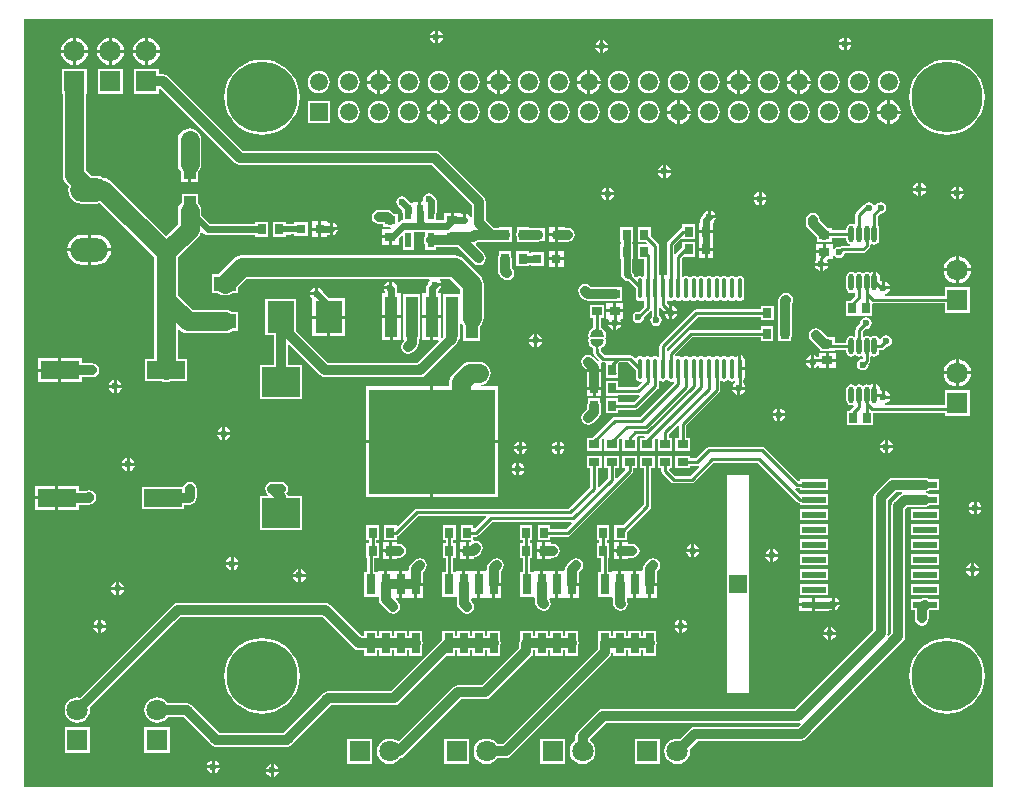
<source format=gtl>
G04 Layer_Physical_Order=1*
G04 Layer_Color=255*
%FSLAX25Y25*%
%MOIN*%
G70*
G01*
G75*
%ADD10C,0.00500*%
%ADD11R,0.02756X0.03543*%
%ADD12R,0.12598X0.05905*%
%ADD13R,0.03543X0.02756*%
%ADD14R,0.03543X0.03150*%
%ADD15R,0.02756X0.03347*%
%ADD16R,0.09016X0.10709*%
%ADD17R,0.07480X0.04724*%
%ADD18R,0.12598X0.09842*%
%ADD19R,0.03150X0.03150*%
%ADD20R,0.07874X0.02362*%
%ADD21O,0.00787X0.01968*%
%ADD22R,0.02835X0.07087*%
%ADD23O,0.01772X0.05512*%
%ADD24O,0.01378X0.07087*%
%ADD25R,0.02362X0.04724*%
%ADD26R,0.04209X0.13780*%
%ADD27R,0.41968X0.35000*%
%ADD28R,0.03937X0.10236*%
%ADD29C,0.01000*%
%ADD30C,0.06400*%
%ADD31C,0.03200*%
%ADD32C,0.02400*%
%ADD33C,0.02000*%
%ADD34O,0.12598X0.07874*%
%ADD35R,0.07087X0.07087*%
%ADD36C,0.07087*%
%ADD37R,0.07087X0.07087*%
%ADD38C,0.23622*%
%ADD39C,0.05905*%
%ADD40R,0.05905X0.05905*%
%ADD41R,0.06000X0.06000*%
%ADD42C,0.02362*%
G36*
X366142Y157480D02*
X43307D01*
Y413386D01*
X366142D01*
Y157480D01*
D02*
G37*
%LPC*%
G36*
X80077Y264461D02*
X78453D01*
Y262836D01*
X78804Y262906D01*
X79525Y263388D01*
X80007Y264110D01*
X80077Y264461D01*
D02*
G37*
G36*
X77453D02*
X75828D01*
X75898Y264110D01*
X76380Y263388D01*
X77102Y262906D01*
X77453Y262836D01*
Y264461D01*
D02*
G37*
G36*
X207374Y265510D02*
X207023Y265440D01*
X206301Y264958D01*
X205820Y264237D01*
X205750Y263886D01*
X207374D01*
Y265510D01*
D02*
G37*
G36*
X77453Y267085D02*
X77102Y267015D01*
X76380Y266533D01*
X75898Y265812D01*
X75828Y265461D01*
X77453D01*
Y267085D01*
D02*
G37*
G36*
X208374Y265510D02*
Y263886D01*
X209998D01*
X209929Y264237D01*
X209447Y264958D01*
X208725Y265440D01*
X208374Y265510D01*
D02*
G37*
G36*
X53634Y257707D02*
X46835D01*
Y254254D01*
X53634D01*
Y257707D01*
D02*
G37*
G36*
X201118Y271941D02*
X179634D01*
Y253941D01*
X201118D01*
Y271941D01*
D02*
G37*
G36*
X247551Y267826D02*
X242607D01*
Y263670D01*
X243536D01*
X243723Y263170D01*
X240859Y260306D01*
X240397Y260497D01*
Y263670D01*
X241645D01*
Y267826D01*
X236702D01*
Y263670D01*
X237950D01*
Y260349D01*
X234953Y257353D01*
X234491Y257544D01*
Y263670D01*
X235739D01*
Y267826D01*
X230796D01*
Y263670D01*
X232044D01*
Y257397D01*
X224887Y250239D01*
X174213D01*
X173744Y250146D01*
X173347Y249881D01*
X167879Y244413D01*
X167432Y244598D01*
Y244598D01*
X163276D01*
Y239654D01*
X167432D01*
Y240924D01*
X167791Y240996D01*
X168188Y241261D01*
X174719Y247792D01*
X197180D01*
X197372Y247330D01*
X193523Y243481D01*
X193023Y243668D01*
Y244598D01*
X188867D01*
Y239654D01*
X192128D01*
X192354Y239154D01*
X192211Y238992D01*
X191445D01*
Y236221D01*
Y233449D01*
X193323D01*
Y233957D01*
X193811Y234054D01*
X194572Y234562D01*
X195556Y235546D01*
X196064Y236307D01*
X196243Y237205D01*
X196064Y238102D01*
X195556Y238863D01*
X194795Y239371D01*
X193898Y239550D01*
X193442Y239459D01*
X193023Y239886D01*
Y240902D01*
X193898D01*
X194366Y240996D01*
X194763Y241261D01*
X199326Y245824D01*
X225724D01*
X225915Y245362D01*
X223903Y243350D01*
X218613D01*
Y244598D01*
X214458D01*
Y239654D01*
X218613D01*
Y240902D01*
X224409D01*
X224878Y240996D01*
X225275Y241261D01*
X245944Y261930D01*
X246209Y262327D01*
X246302Y262795D01*
Y263670D01*
X247551D01*
Y267826D01*
D02*
G37*
G36*
X209998Y262886D02*
X208374D01*
Y261262D01*
X208725Y261331D01*
X209447Y261813D01*
X209929Y262535D01*
X209998Y262886D01*
D02*
G37*
G36*
X207374D02*
X205750D01*
X205820Y262535D01*
X206301Y261813D01*
X207023Y261331D01*
X207374Y261262D01*
Y262886D01*
D02*
G37*
G36*
X78453Y267085D02*
Y265461D01*
X80077D01*
X80007Y265812D01*
X79525Y266533D01*
X78804Y267015D01*
X78453Y267085D01*
D02*
G37*
G36*
X332833Y270366D02*
X331209D01*
Y268742D01*
X331560Y268812D01*
X332281Y269294D01*
X332763Y270015D01*
X332833Y270366D01*
D02*
G37*
G36*
X330209D02*
X328584D01*
X328654Y270015D01*
X329136Y269294D01*
X329858Y268812D01*
X330209Y268742D01*
Y270366D01*
D02*
G37*
G36*
X208161Y272597D02*
X207810Y272527D01*
X207089Y272045D01*
X206607Y271323D01*
X206537Y270972D01*
X208161D01*
Y272597D01*
D02*
G37*
G36*
X220760D02*
X220409Y272527D01*
X219687Y272045D01*
X219205Y271323D01*
X219135Y270972D01*
X220760D01*
Y272597D01*
D02*
G37*
G36*
X209161D02*
Y270972D01*
X210786D01*
X210716Y271323D01*
X210234Y272045D01*
X209512Y272527D01*
X209161Y272597D01*
D02*
G37*
G36*
X208161Y269972D02*
X206537D01*
X206607Y269621D01*
X207089Y268900D01*
X207810Y268418D01*
X208161Y268348D01*
Y269972D01*
D02*
G37*
G36*
X289370Y270909D02*
X271654D01*
X271185Y270815D01*
X270788Y270550D01*
X267210Y266971D01*
X265267D01*
Y267826D01*
X260324D01*
Y263670D01*
X265267D01*
Y264525D01*
X267717D01*
X268061Y264593D01*
X268343Y264168D01*
X265241Y261066D01*
X260349D01*
X258245Y263170D01*
X258432Y263670D01*
X259361D01*
Y267826D01*
X254418D01*
Y263670D01*
X255666D01*
Y262795D01*
X255759Y262327D01*
X256025Y261930D01*
X258977Y258977D01*
X259374Y258712D01*
X259842Y258619D01*
X265748D01*
X266216Y258712D01*
X266613Y258977D01*
X273145Y265509D01*
X287879D01*
X301064Y252324D01*
X301461Y252059D01*
X301859Y251979D01*
Y251308D01*
X311133D01*
Y255070D01*
X301859D01*
X301859Y255070D01*
Y255070D01*
X301493Y255356D01*
X300240Y256609D01*
X300521Y257034D01*
X300866Y256965D01*
X301859D01*
Y256308D01*
X311133D01*
Y260070D01*
X301859D01*
Y259446D01*
X301359Y259426D01*
X290235Y270550D01*
X289838Y270815D01*
X289370Y270909D01*
D02*
G37*
G36*
X210786Y269972D02*
X209161D01*
Y268348D01*
X209512Y268418D01*
X210234Y268900D01*
X210716Y269621D01*
X210786Y269972D01*
D02*
G37*
G36*
X223384D02*
X221760D01*
Y268348D01*
X222111Y268418D01*
X222832Y268900D01*
X223314Y269621D01*
X223384Y269972D01*
D02*
G37*
G36*
X220760D02*
X219135D01*
X219205Y269621D01*
X219687Y268900D01*
X220409Y268418D01*
X220760Y268348D01*
Y269972D01*
D02*
G37*
G36*
X178634Y271941D02*
X157150D01*
Y253941D01*
X178634D01*
Y271941D01*
D02*
G37*
G36*
X241626Y238992D02*
X239748D01*
Y236720D01*
X241626D01*
Y238992D01*
D02*
G37*
G36*
X190445D02*
X188567D01*
Y236720D01*
X190445D01*
Y238992D01*
D02*
G37*
G36*
X216036D02*
X214158D01*
Y236720D01*
X216036D01*
Y238992D01*
D02*
G37*
G36*
X311133Y245070D02*
X301859D01*
Y241308D01*
X311133D01*
Y245070D01*
D02*
G37*
G36*
X253456Y267826D02*
X248513D01*
Y263670D01*
X249761D01*
Y251491D01*
X242867Y244598D01*
X240048D01*
Y239654D01*
X244204D01*
Y242474D01*
X251850Y250119D01*
X252115Y250516D01*
X252208Y250984D01*
Y263670D01*
X253456D01*
Y267826D01*
D02*
G37*
G36*
X348141Y240070D02*
X338867D01*
Y236308D01*
X348141D01*
Y240070D01*
D02*
G37*
G36*
X311133D02*
X301859D01*
Y236308D01*
X311133D01*
Y240070D01*
D02*
G37*
G36*
X265642Y238345D02*
X265291Y238275D01*
X264569Y237793D01*
X264087Y237071D01*
X264017Y236720D01*
X265642D01*
Y238345D01*
D02*
G37*
G36*
X164854Y238992D02*
X162976D01*
Y236720D01*
X164854D01*
Y238992D01*
D02*
G37*
G36*
X266642Y238345D02*
Y236720D01*
X268266D01*
X268196Y237071D01*
X267714Y237793D01*
X266993Y238275D01*
X266642Y238345D01*
D02*
G37*
G36*
X348141Y245070D02*
X338867D01*
Y241308D01*
X348141D01*
Y245070D01*
D02*
G37*
G36*
X61433Y257707D02*
X54634D01*
Y253754D01*
Y249801D01*
X61433D01*
Y251409D01*
X64777D01*
X65675Y251587D01*
X66436Y252096D01*
X66619Y252279D01*
X67127Y253040D01*
X67306Y253937D01*
X67127Y254834D01*
X66619Y255595D01*
X65858Y256104D01*
X64961Y256282D01*
X64063Y256104D01*
X64056Y256099D01*
X61433D01*
Y257707D01*
D02*
G37*
G36*
X53634Y253254D02*
X46835D01*
Y249801D01*
X53634D01*
Y253254D01*
D02*
G37*
G36*
X98425Y259235D02*
X97528Y259056D01*
X96767Y258548D01*
X96259Y257787D01*
X96183Y257407D01*
X82568D01*
Y250101D01*
X96566D01*
Y251409D01*
X98242D01*
X99139Y251587D01*
X99900Y252096D01*
X100083Y252279D01*
X100592Y253040D01*
X100770Y253937D01*
X100770Y253937D01*
Y256890D01*
X100592Y257787D01*
X100083Y258548D01*
X99323Y259056D01*
X98425Y259235D01*
D02*
G37*
G36*
X360736Y252518D02*
Y250894D01*
X362361D01*
X362291Y251245D01*
X361809Y251966D01*
X361087Y252448D01*
X360736Y252518D01*
D02*
G37*
G36*
X359736D02*
X359385Y252448D01*
X358664Y251966D01*
X358182Y251245D01*
X358112Y250894D01*
X359736D01*
Y252518D01*
D02*
G37*
G36*
X311133Y250070D02*
X301859D01*
Y246308D01*
X311133D01*
Y250070D01*
D02*
G37*
G36*
X128937Y259235D02*
X125984D01*
X125087Y259056D01*
X124326Y258548D01*
X123818Y257787D01*
X123639Y256890D01*
X123818Y255992D01*
X124326Y255232D01*
X124655Y254902D01*
X124464Y254440D01*
X121938D01*
Y243198D01*
X135936D01*
Y254440D01*
X131182D01*
X131104Y254834D01*
X130717Y255413D01*
X131104Y255992D01*
X131282Y256890D01*
X131104Y257787D01*
X130595Y258548D01*
X129834Y259056D01*
X128937Y259235D01*
D02*
G37*
G36*
X348141Y250070D02*
X338867D01*
Y246308D01*
X348141D01*
Y250070D01*
D02*
G37*
G36*
X362361Y249894D02*
X360736D01*
Y248269D01*
X361087Y248339D01*
X361809Y248821D01*
X362291Y249543D01*
X362361Y249894D01*
D02*
G37*
G36*
X359736D02*
X358112D01*
X358182Y249543D01*
X358664Y248821D01*
X359385Y248339D01*
X359736Y248269D01*
Y249894D01*
D02*
G37*
G36*
X62417Y300259D02*
X55618D01*
Y296306D01*
Y292353D01*
X62417D01*
Y293961D01*
X65712D01*
X65945Y293915D01*
X66842Y294093D01*
X67603Y294602D01*
X68111Y295362D01*
X68290Y296260D01*
X68111Y297157D01*
X67603Y297918D01*
X67557Y297964D01*
X66796Y298473D01*
X65899Y298651D01*
X62417D01*
Y300259D01*
D02*
G37*
G36*
X54618Y295806D02*
X47819D01*
Y292353D01*
X54618D01*
Y295806D01*
D02*
G37*
G36*
X353831Y299950D02*
X353145Y299859D01*
X352040Y299402D01*
X351090Y298673D01*
X350362Y297724D01*
X349904Y296619D01*
X349814Y295933D01*
X353831D01*
Y299950D01*
D02*
G37*
G36*
X54618Y300259D02*
X47819D01*
Y296806D01*
X54618D01*
Y300259D01*
D02*
G37*
G36*
X354831Y299950D02*
Y295933D01*
X358847D01*
X358757Y296619D01*
X358299Y297724D01*
X357571Y298673D01*
X356622Y299402D01*
X355517Y299859D01*
X354831Y299950D01*
D02*
G37*
G36*
X353831Y294933D02*
X349814D01*
X349904Y294247D01*
X350362Y293142D01*
X351090Y292193D01*
X352040Y291464D01*
X353145Y291007D01*
X353831Y290916D01*
Y294933D01*
D02*
G37*
G36*
X235646Y295760D02*
X233268D01*
X230890D01*
Y293626D01*
X230890Y293488D01*
X230890Y293488D01*
Y293126D01*
X230890D01*
X230890Y292988D01*
Y290854D01*
X233268D01*
X235646D01*
Y292988D01*
X235646Y293126D01*
X235646Y293126D01*
Y293488D01*
X235646D01*
X235646Y293626D01*
Y295760D01*
D02*
G37*
G36*
X358847Y294933D02*
X354831D01*
Y290916D01*
X355517Y291007D01*
X356622Y291464D01*
X357571Y292193D01*
X358299Y293142D01*
X358757Y294247D01*
X358847Y294933D01*
D02*
G37*
G36*
X74122Y293069D02*
Y291445D01*
X75746D01*
X75677Y291796D01*
X75195Y292517D01*
X74473Y292999D01*
X74122Y293069D01*
D02*
G37*
G36*
X73122D02*
X72771Y292999D01*
X72050Y292517D01*
X71567Y291796D01*
X71498Y291445D01*
X73122D01*
Y293069D01*
D02*
G37*
G36*
X313795Y299106D02*
X311524D01*
Y297031D01*
X313795D01*
Y299106D01*
D02*
G37*
G36*
X213280Y305799D02*
X211655D01*
X211725Y305448D01*
X212207Y304727D01*
X212929Y304245D01*
X213280Y304175D01*
Y305799D01*
D02*
G37*
G36*
X175237Y321763D02*
X169629D01*
Y306583D01*
X169686D01*
X169893Y306083D01*
X169602Y305792D01*
X169093Y305031D01*
X168915Y304134D01*
X169093Y303237D01*
X169602Y302476D01*
X170362Y301967D01*
X171260Y301789D01*
X172157Y301967D01*
X172918Y302476D01*
X174091Y303649D01*
X174600Y304410D01*
X174778Y305307D01*
Y306583D01*
X175237D01*
Y321763D01*
D02*
G37*
G36*
X215904Y305799D02*
X214280D01*
Y304175D01*
X214631Y304245D01*
X215352Y304727D01*
X215834Y305448D01*
X215904Y305799D01*
D02*
G37*
G36*
X165232Y313673D02*
X162628D01*
Y306283D01*
X165232D01*
Y313673D01*
D02*
G37*
G36*
X297244Y322227D02*
X296347Y322048D01*
X295586Y321540D01*
X295242Y321196D01*
X294734Y320435D01*
X294555Y319538D01*
Y315415D01*
Y309018D01*
X294455Y308515D01*
X294634Y307618D01*
X294722Y307485D01*
Y306043D01*
X298878D01*
Y307435D01*
X299067Y307718D01*
X299245Y308615D01*
Y315415D01*
Y318737D01*
X299411Y318985D01*
X299589Y319882D01*
X299411Y320779D01*
X298902Y321540D01*
X298142Y322048D01*
X297244Y322227D01*
D02*
G37*
G36*
X282281Y301306D02*
Y297329D01*
X283503D01*
Y299684D01*
X283372Y300343D01*
X282999Y300901D01*
X282440Y301274D01*
X282281Y301306D01*
D02*
G37*
G36*
X305602Y298713D02*
X303978D01*
X304048Y298362D01*
X304530Y297640D01*
X305251Y297158D01*
X305602Y297088D01*
Y298713D01*
D02*
G37*
G36*
Y301337D02*
X305251Y301267D01*
X304530Y300785D01*
X304048Y300064D01*
X303978Y299713D01*
X305602D01*
Y301337D01*
D02*
G37*
G36*
X310524Y302181D02*
X308252D01*
Y300830D01*
X307608D01*
X306953Y301267D01*
X306602Y301337D01*
Y299213D01*
Y297088D01*
X306953Y297158D01*
X307675Y297640D01*
X307752Y297756D01*
X308252Y297604D01*
Y297031D01*
X310524D01*
Y299606D01*
Y302181D01*
D02*
G37*
G36*
X313795D02*
X311524D01*
Y300106D01*
X313795D01*
Y302181D01*
D02*
G37*
G36*
X75746Y290445D02*
X74122D01*
Y288821D01*
X74473Y288890D01*
X75195Y289372D01*
X75677Y290094D01*
X75746Y290445D01*
D02*
G37*
G36*
X111967Y274697D02*
X110343D01*
Y273073D01*
X110694Y273142D01*
X111415Y273624D01*
X111897Y274346D01*
X111967Y274697D01*
D02*
G37*
G36*
X109343D02*
X107718D01*
X107788Y274346D01*
X108270Y273624D01*
X108992Y273142D01*
X109343Y273073D01*
Y274697D01*
D02*
G37*
G36*
Y277321D02*
X108992Y277251D01*
X108270Y276769D01*
X107788Y276048D01*
X107718Y275697D01*
X109343D01*
Y277321D01*
D02*
G37*
G36*
X235346Y286920D02*
X231190D01*
Y285479D01*
X231101Y285346D01*
X230923Y284449D01*
Y283452D01*
X229641Y282170D01*
X229133Y281409D01*
X228954Y280512D01*
X229133Y279614D01*
X229641Y278854D01*
X230402Y278345D01*
X231299Y278167D01*
X232197Y278345D01*
X232957Y278854D01*
X234926Y280822D01*
X235434Y281583D01*
X235613Y282480D01*
X235613Y282480D01*
Y284449D01*
X235434Y285346D01*
X235346Y285479D01*
Y286920D01*
D02*
G37*
G36*
X110343Y277321D02*
Y275697D01*
X111967D01*
X111897Y276048D01*
X111415Y276769D01*
X110694Y277251D01*
X110343Y277321D01*
D02*
G37*
G36*
X330209Y272990D02*
X329858Y272921D01*
X329136Y272439D01*
X328654Y271717D01*
X328584Y271366D01*
X330209D01*
Y272990D01*
D02*
G37*
G36*
X221760Y272597D02*
Y270972D01*
X223384D01*
X223314Y271323D01*
X222832Y272045D01*
X222111Y272527D01*
X221760Y272597D01*
D02*
G37*
G36*
X331209Y272990D02*
Y271366D01*
X332833D01*
X332763Y271717D01*
X332281Y272439D01*
X331560Y272921D01*
X331209Y272990D01*
D02*
G37*
G36*
X194882Y299209D02*
X191929D01*
X190911Y299075D01*
X189962Y298682D01*
X189148Y298057D01*
X186195Y295104D01*
X185570Y294290D01*
X185177Y293341D01*
X185043Y292323D01*
Y290941D01*
X179634D01*
Y272941D01*
X201118D01*
Y290941D01*
X195667D01*
X195634Y291441D01*
X195900Y291476D01*
X196849Y291869D01*
X197663Y292494D01*
X198289Y293309D01*
X198681Y294257D01*
X198816Y295276D01*
X198681Y296294D01*
X198289Y297242D01*
X197663Y298057D01*
X196849Y298682D01*
X195900Y299075D01*
X194882Y299209D01*
D02*
G37*
G36*
X178634Y290941D02*
X157150D01*
Y272941D01*
X178634D01*
Y290941D01*
D02*
G37*
G36*
X294382Y280996D02*
X292758D01*
X292827Y280645D01*
X293309Y279924D01*
X294031Y279441D01*
X294382Y279372D01*
Y280996D01*
D02*
G37*
G36*
X327173Y291882D02*
Y288189D01*
X326173D01*
Y291882D01*
X325937Y291835D01*
X325314Y291419D01*
X325196Y291243D01*
X324733Y291553D01*
X324114Y291676D01*
X323496Y291553D01*
X323198Y291354D01*
X322835Y291244D01*
X322471Y291354D01*
X322174Y291553D01*
X321555Y291676D01*
X320936Y291553D01*
X320412Y291202D01*
X320139D01*
X319615Y291553D01*
X318996Y291676D01*
X318377Y291553D01*
X317853Y291202D01*
X317502Y290678D01*
X317379Y290059D01*
Y286319D01*
X317502Y285700D01*
X317853Y285176D01*
X318377Y284825D01*
X318996Y284702D01*
X319415Y284785D01*
X319894Y284538D01*
X319969Y284460D01*
X319990Y284318D01*
X318721Y283050D01*
X318611Y282885D01*
X317509D01*
Y278139D01*
X321665D01*
X321665Y278139D01*
X322036D01*
Y278139D01*
X322165Y278139D01*
X326192D01*
Y282241D01*
X350087D01*
Y281190D01*
X358574D01*
Y289676D01*
X350087D01*
Y284688D01*
X330126D01*
X330073Y284737D01*
X330229Y285278D01*
X330575Y285347D01*
X331297Y285829D01*
X331779Y286551D01*
X331849Y286902D01*
X329724D01*
Y287402D01*
X329224D01*
Y289526D01*
X329096Y289500D01*
X328650Y289791D01*
X328596Y289872D01*
Y290059D01*
X328450Y290795D01*
X328033Y291419D01*
X327409Y291835D01*
X327173Y291882D01*
D02*
G37*
G36*
X330224Y289526D02*
Y287902D01*
X331849D01*
X331779Y288253D01*
X331297Y288974D01*
X330575Y289456D01*
X330224Y289526D01*
D02*
G37*
G36*
X280996Y289854D02*
X279372D01*
X279441Y289503D01*
X279924Y288782D01*
X280645Y288300D01*
X280996Y288230D01*
Y289854D01*
D02*
G37*
G36*
X73122Y290445D02*
X71498D01*
X71567Y290094D01*
X72050Y289372D01*
X72771Y288890D01*
X73122Y288821D01*
Y290445D01*
D02*
G37*
G36*
X283620Y289854D02*
X281996D01*
Y288230D01*
X282347Y288300D01*
X283069Y288782D01*
X283551Y289503D01*
X283620Y289854D01*
D02*
G37*
G36*
X294382Y283620D02*
X294031Y283551D01*
X293309Y283069D01*
X292827Y282347D01*
X292758Y281996D01*
X294382D01*
Y283620D01*
D02*
G37*
G36*
X297006Y280996D02*
X295382D01*
Y279372D01*
X295733Y279441D01*
X296454Y279924D01*
X296936Y280645D01*
X297006Y280996D01*
D02*
G37*
G36*
X295382Y283620D02*
Y281996D01*
X297006D01*
X296936Y282347D01*
X296454Y283069D01*
X295733Y283551D01*
X295382Y283620D01*
D02*
G37*
G36*
X235646Y289854D02*
X233768D01*
Y287583D01*
X235646D01*
Y289854D01*
D02*
G37*
G36*
X232768D02*
X230890D01*
Y287583D01*
X232768D01*
Y289854D01*
D02*
G37*
G36*
X293020Y236770D02*
Y235146D01*
X294644D01*
X294574Y235497D01*
X294092Y236218D01*
X293371Y236700D01*
X293020Y236770D01*
D02*
G37*
G36*
X311311Y210786D02*
X310960Y210716D01*
X310239Y210234D01*
X309756Y209512D01*
X309687Y209161D01*
X311311D01*
Y210786D01*
D02*
G37*
G36*
X264329Y210524D02*
X262705D01*
Y208899D01*
X263056Y208969D01*
X263777Y209451D01*
X264259Y210173D01*
X264329Y210524D01*
D02*
G37*
G36*
X312311Y210786D02*
Y209161D01*
X313935D01*
X313866Y209512D01*
X313384Y210234D01*
X312662Y210716D01*
X312311Y210786D01*
D02*
G37*
G36*
X68004Y213148D02*
X67653Y213078D01*
X66931Y212596D01*
X66449Y211875D01*
X66380Y211524D01*
X68004D01*
Y213148D01*
D02*
G37*
G36*
X343504Y220534D02*
X342606Y220356D01*
X342179Y220070D01*
X338867D01*
Y216308D01*
X340175D01*
Y213583D01*
X340353Y212685D01*
X340862Y211925D01*
X341622Y211416D01*
X342520Y211238D01*
X343417Y211416D01*
X344178Y211925D01*
X344686Y212685D01*
X344865Y213583D01*
Y216233D01*
X344939Y216308D01*
X348141D01*
Y220070D01*
X344829D01*
X344401Y220356D01*
X343504Y220534D01*
D02*
G37*
G36*
X253902Y209558D02*
X249667D01*
Y207660D01*
X248902D01*
Y209558D01*
X244667D01*
Y207660D01*
X243902D01*
Y209558D01*
X239667D01*
Y207660D01*
X238902D01*
Y209558D01*
X234667D01*
Y206286D01*
X234618Y206212D01*
X234439Y205315D01*
Y203307D01*
X202769Y171636D01*
X200951D01*
X200428Y172318D01*
X199541Y172998D01*
X198509Y173425D01*
X197402Y173571D01*
X196294Y173425D01*
X195262Y172998D01*
X194375Y172318D01*
X193695Y171431D01*
X193268Y170399D01*
X193122Y169291D01*
X193268Y168184D01*
X193695Y167151D01*
X194375Y166265D01*
X195262Y165585D01*
X196294Y165157D01*
X197402Y165011D01*
X198509Y165157D01*
X199541Y165585D01*
X200428Y166265D01*
X200951Y166946D01*
X203740D01*
X204638Y167125D01*
X205398Y167633D01*
X238442Y200677D01*
X238442Y200677D01*
X238706Y201072D01*
X238902D01*
Y201364D01*
X238951Y201438D01*
X239129Y202335D01*
Y202970D01*
X239667D01*
Y201072D01*
X243902D01*
Y202970D01*
X244667D01*
Y201072D01*
X248902D01*
Y202970D01*
X249667D01*
Y201072D01*
X253902D01*
Y204344D01*
X253951Y204417D01*
X254129Y205315D01*
X253951Y206212D01*
X253902Y206286D01*
Y209558D01*
D02*
G37*
G36*
X227920D02*
X223685D01*
Y207660D01*
X222920D01*
Y209558D01*
X218685D01*
Y207660D01*
X217920D01*
Y209558D01*
X213685D01*
Y207660D01*
X212920D01*
Y209558D01*
X208685D01*
Y206372D01*
X208463Y206040D01*
X208285Y205142D01*
Y203727D01*
X195879Y191321D01*
X187992D01*
X187095Y191143D01*
X186334Y190635D01*
X168072Y172373D01*
X167258Y172998D01*
X166226Y173425D01*
X165118Y173571D01*
X164010Y173425D01*
X162978Y172998D01*
X162092Y172318D01*
X161412Y171431D01*
X160984Y170399D01*
X160838Y169291D01*
X160984Y168184D01*
X161412Y167151D01*
X162092Y166265D01*
X162978Y165585D01*
X164010Y165157D01*
X165118Y165011D01*
X166226Y165157D01*
X167258Y165585D01*
X168145Y166265D01*
X168732Y167031D01*
X169204Y167125D01*
X169965Y167633D01*
X188963Y186631D01*
X196850D01*
X197748Y186810D01*
X198509Y187318D01*
X212262Y201072D01*
X212920D01*
Y202478D01*
X212975Y202756D01*
Y202970D01*
X213685D01*
Y201072D01*
X217920D01*
Y202970D01*
X218685D01*
Y201072D01*
X222920D01*
Y202970D01*
X223685D01*
Y201072D01*
X227920D01*
Y204344D01*
X227969Y204417D01*
X228147Y205315D01*
X227969Y206212D01*
X227920Y206286D01*
Y209558D01*
D02*
G37*
G36*
X68004Y210524D02*
X66380D01*
X66449Y210173D01*
X66931Y209451D01*
X67653Y208969D01*
X68004Y208899D01*
Y210524D01*
D02*
G37*
G36*
X261705D02*
X260080D01*
X260150Y210173D01*
X260632Y209451D01*
X261354Y208969D01*
X261705Y208899D01*
Y210524D01*
D02*
G37*
G36*
X70628D02*
X69004D01*
Y208899D01*
X69355Y208969D01*
X70076Y209451D01*
X70559Y210173D01*
X70628Y210524D01*
D02*
G37*
G36*
X69004Y213148D02*
Y211524D01*
X70628D01*
X70559Y211875D01*
X70076Y212596D01*
X69355Y213078D01*
X69004Y213148D01*
D02*
G37*
G36*
X305996Y220370D02*
X301559D01*
Y218689D01*
X305996D01*
Y220370D01*
D02*
G37*
G36*
X315117Y218004D02*
X313492D01*
Y216380D01*
X313843Y216449D01*
X314565Y216931D01*
X315047Y217653D01*
X315117Y218004D01*
D02*
G37*
G36*
X313492Y220628D02*
Y219004D01*
X315117D01*
X315047Y219355D01*
X314565Y220076D01*
X313843Y220559D01*
X313492Y220628D01*
D02*
G37*
G36*
X187117Y244598D02*
X182961D01*
Y239654D01*
X183816D01*
Y238692D01*
X182961D01*
Y233749D01*
X183816D01*
Y229243D01*
X182703D01*
Y220757D01*
X186903D01*
X186938Y220757D01*
X187403Y220673D01*
Y220457D01*
X187475D01*
Y218644D01*
X187654Y217747D01*
X188162Y216986D01*
X189287Y215862D01*
X190048Y215353D01*
X190945Y215175D01*
X191842Y215353D01*
X192603Y215862D01*
X193111Y216622D01*
X193290Y217520D01*
X193111Y218417D01*
X192603Y219178D01*
X192166Y219615D01*
Y220055D01*
X192403Y220457D01*
X192738Y220457D01*
X194320D01*
Y225000D01*
Y229543D01*
X192738D01*
X192403Y229543D01*
X191903Y229543D01*
X190321D01*
Y225000D01*
X189321D01*
Y229543D01*
X187403D01*
Y229327D01*
X186938Y229243D01*
X186903Y229243D01*
X186263D01*
Y233749D01*
X187117D01*
Y238692D01*
X186263D01*
Y239654D01*
X187117D01*
Y244598D01*
D02*
G37*
G36*
X175197Y233644D02*
X174299Y233466D01*
X173539Y232957D01*
X172180Y231599D01*
X171672Y230838D01*
X171493Y229941D01*
X171256Y229543D01*
X169339D01*
Y225000D01*
Y220457D01*
X171256D01*
Y220457D01*
X171421D01*
Y220457D01*
X173339D01*
Y225000D01*
X173839D01*
Y225500D01*
X176256D01*
Y229042D01*
X176855Y229641D01*
X177363Y230402D01*
X177542Y231299D01*
X177363Y232197D01*
X176855Y232957D01*
X176094Y233466D01*
X175197Y233644D01*
D02*
G37*
G36*
X262705Y213148D02*
Y211524D01*
X264329D01*
X264259Y211875D01*
X263777Y212596D01*
X263056Y213078D01*
X262705Y213148D01*
D02*
G37*
G36*
X261705D02*
X261354Y213078D01*
X260632Y212596D01*
X260150Y211875D01*
X260080Y211524D01*
X261705D01*
Y213148D01*
D02*
G37*
G36*
X161527Y244598D02*
X157371D01*
Y239654D01*
X158225D01*
Y238692D01*
X157371D01*
Y233749D01*
X157615D01*
Y229243D01*
X156721D01*
Y220757D01*
X160921D01*
X160956Y220757D01*
X161421Y220673D01*
Y220457D01*
X161494D01*
Y220020D01*
X161672Y219122D01*
X162180Y218361D01*
X164680Y215862D01*
X165441Y215353D01*
X166339Y215175D01*
X167236Y215353D01*
X167997Y215862D01*
X168505Y216622D01*
X168684Y217520D01*
X168505Y218417D01*
X167997Y219178D01*
X167180Y219995D01*
X167371Y220457D01*
X168339D01*
Y225000D01*
Y229543D01*
X166421D01*
Y229543D01*
X166256D01*
Y229543D01*
X164339D01*
Y225000D01*
X163339D01*
Y229543D01*
X161421D01*
Y229327D01*
X160956Y229243D01*
X160921Y229243D01*
X160062D01*
Y233749D01*
X161527D01*
Y238692D01*
X160672D01*
Y239654D01*
X161527D01*
Y244598D01*
D02*
G37*
G36*
X312492Y220628D02*
X312141Y220559D01*
X311917Y220409D01*
X311433Y220370D01*
Y220370D01*
X306996D01*
Y218189D01*
Y216008D01*
X311433D01*
Y216252D01*
X312492D01*
Y218504D01*
Y220628D01*
D02*
G37*
G36*
X305996Y217689D02*
X301559D01*
Y216008D01*
X305996D01*
Y217689D01*
D02*
G37*
G36*
X201938Y209558D02*
X197703D01*
Y207660D01*
X196938D01*
Y209558D01*
X192703D01*
Y207660D01*
X191938D01*
Y209558D01*
X187703D01*
Y207660D01*
X186938D01*
Y209558D01*
X182703D01*
Y206514D01*
X165542Y189353D01*
X144685D01*
X143788Y189174D01*
X143027Y188666D01*
X143027Y188666D01*
X129934Y175573D01*
X108255D01*
X99099Y184729D01*
X98338Y185237D01*
X97441Y185416D01*
X91148D01*
X90625Y186097D01*
X89738Y186777D01*
X88706Y187205D01*
X87598Y187351D01*
X86491Y187205D01*
X85458Y186777D01*
X84572Y186097D01*
X83892Y185211D01*
X83464Y184179D01*
X83319Y183071D01*
X83464Y181963D01*
X83892Y180931D01*
X84572Y180044D01*
X85458Y179364D01*
X86491Y178937D01*
X87598Y178791D01*
X88706Y178937D01*
X89738Y179364D01*
X90625Y180044D01*
X91148Y180726D01*
X96470D01*
X105625Y171570D01*
X105625Y171570D01*
X106386Y171062D01*
X107283Y170883D01*
X107283Y170883D01*
X130905D01*
X131803Y171062D01*
X132564Y171570D01*
X145656Y184663D01*
X166514D01*
X167411Y184841D01*
X168172Y185350D01*
X183894Y201072D01*
X186938D01*
Y202970D01*
X187703D01*
Y201072D01*
X191938D01*
Y202970D01*
X192703D01*
Y201072D01*
X196938D01*
Y202970D01*
X197703D01*
Y201072D01*
X201938D01*
Y204344D01*
X201987Y204417D01*
X202166Y205315D01*
X201987Y206212D01*
X201938Y206286D01*
Y209558D01*
D02*
G37*
G36*
X105799Y166298D02*
X105448Y166228D01*
X104727Y165746D01*
X104245Y165024D01*
X104175Y164673D01*
X105799D01*
Y166298D01*
D02*
G37*
G36*
X126484Y165117D02*
Y163492D01*
X128109D01*
X128039Y163843D01*
X127557Y164565D01*
X126835Y165047D01*
X126484Y165117D01*
D02*
G37*
G36*
X106799Y166298D02*
Y164673D01*
X108424D01*
X108354Y165024D01*
X107872Y165746D01*
X107150Y166228D01*
X106799Y166298D01*
D02*
G37*
G36*
X159361Y173535D02*
X150875D01*
Y165048D01*
X159361D01*
Y173535D01*
D02*
G37*
G36*
X191645Y173535D02*
X183158D01*
Y165048D01*
X191645D01*
Y173535D01*
D02*
G37*
G36*
X128109Y162492D02*
X126484D01*
Y160868D01*
X126835Y160938D01*
X127557Y161420D01*
X128039Y162141D01*
X128109Y162492D01*
D02*
G37*
G36*
X125484D02*
X123860D01*
X123930Y162141D01*
X124412Y161420D01*
X125133Y160938D01*
X125484Y160868D01*
Y162492D01*
D02*
G37*
G36*
X105799Y163673D02*
X104175D01*
X104245Y163322D01*
X104727Y162601D01*
X105448Y162119D01*
X105799Y162049D01*
Y163673D01*
D02*
G37*
G36*
X125484Y165117D02*
X125133Y165047D01*
X124412Y164565D01*
X123930Y163843D01*
X123860Y163492D01*
X125484D01*
Y165117D01*
D02*
G37*
G36*
X108424Y163673D02*
X106799D01*
Y162049D01*
X107150Y162119D01*
X107872Y162601D01*
X108354Y163322D01*
X108424Y163673D01*
D02*
G37*
G36*
X223653Y173535D02*
X215166D01*
Y165048D01*
X223653D01*
Y173535D01*
D02*
G37*
G36*
X284200Y261314D02*
X278200D01*
X278131Y261300D01*
X277500D01*
Y260669D01*
X277486Y260600D01*
Y189600D01*
X277500Y189531D01*
Y188900D01*
X278131D01*
X278200Y188886D01*
X284200D01*
X284269Y188900D01*
X284900D01*
Y189531D01*
X284914Y189600D01*
Y260600D01*
X284900Y260669D01*
Y261300D01*
X284269D01*
X284200Y261314D01*
D02*
G37*
G36*
X343504Y260534D02*
X332992D01*
X332095Y260355D01*
X331334Y259847D01*
X327082Y255595D01*
X326574Y254834D01*
X326395Y253937D01*
Y209633D01*
X300210Y183447D01*
X236221D01*
X236221Y183447D01*
X235323Y183269D01*
X234562Y182761D01*
X227751Y175950D01*
X227243Y175189D01*
X227064Y174291D01*
Y172840D01*
X226383Y172318D01*
X225703Y171431D01*
X225275Y170399D01*
X225130Y169291D01*
X225275Y168184D01*
X225703Y167151D01*
X226383Y166265D01*
X227270Y165585D01*
X228302Y165157D01*
X229410Y165011D01*
X230517Y165157D01*
X231549Y165585D01*
X232436Y166265D01*
X233116Y167151D01*
X233543Y168184D01*
X233689Y169291D01*
X233543Y170399D01*
X233116Y171431D01*
X232436Y172318D01*
X231754Y172840D01*
Y173320D01*
X237192Y178757D01*
X301181D01*
X301832Y178887D01*
X302078Y178426D01*
X301194Y177542D01*
X266890D01*
X265992Y177363D01*
X265232Y176855D01*
X261836Y173459D01*
X260984Y173571D01*
X259877Y173425D01*
X258844Y172998D01*
X257958Y172318D01*
X257278Y171431D01*
X256850Y170399D01*
X256704Y169291D01*
X256850Y168184D01*
X257278Y167151D01*
X257958Y166265D01*
X258844Y165585D01*
X259877Y165157D01*
X260984Y165011D01*
X262092Y165157D01*
X263124Y165585D01*
X264011Y166265D01*
X264691Y167151D01*
X265118Y168184D01*
X265264Y169291D01*
X265152Y170143D01*
X267861Y172852D01*
X302165D01*
X303063Y173030D01*
X303824Y173539D01*
X336304Y206019D01*
X336812Y206780D01*
X336991Y207677D01*
Y250013D01*
X337822Y250844D01*
X343504D01*
X344401Y251022D01*
X344829Y251308D01*
X348141D01*
Y255070D01*
X344829D01*
X344401Y255356D01*
X344006Y255434D01*
Y255944D01*
X344401Y256022D01*
X344829Y256308D01*
X348141D01*
Y260070D01*
X344829D01*
X344401Y260355D01*
X343504Y260534D01*
D02*
G37*
G36*
X143701Y218881D02*
X94488D01*
X93591Y218702D01*
X92830Y218194D01*
X92830Y218194D01*
X61875Y187239D01*
X61024Y187351D01*
X59916Y187205D01*
X58884Y186777D01*
X57997Y186097D01*
X57317Y185211D01*
X56889Y184179D01*
X56744Y183071D01*
X56889Y181963D01*
X57317Y180931D01*
X57997Y180044D01*
X58884Y179364D01*
X59916Y178937D01*
X61024Y178791D01*
X62131Y178937D01*
X63164Y179364D01*
X64050Y180044D01*
X64730Y180931D01*
X65158Y181963D01*
X65303Y183071D01*
X65191Y183922D01*
X95460Y214190D01*
X142729D01*
X153263Y203657D01*
X154024Y203148D01*
X154921Y202970D01*
X156721D01*
Y201072D01*
X160956D01*
Y202970D01*
X161721D01*
Y201072D01*
X165956D01*
Y202970D01*
X166721D01*
Y201072D01*
X170956D01*
Y202970D01*
X171721D01*
Y201072D01*
X175956D01*
Y204344D01*
X176005Y204417D01*
X176184Y205315D01*
X176005Y206212D01*
X175956Y206286D01*
Y209558D01*
X171721D01*
Y207660D01*
X170956D01*
Y209558D01*
X166721D01*
Y207660D01*
X165956D01*
Y209558D01*
X161721D01*
Y207660D01*
X160956D01*
Y209558D01*
X156721D01*
Y207660D01*
X155893D01*
X145359Y218194D01*
X144598Y218702D01*
X143701Y218881D01*
D02*
G37*
G36*
X313935Y208161D02*
X312311D01*
Y206537D01*
X312662Y206607D01*
X313384Y207089D01*
X313866Y207810D01*
X313935Y208161D01*
D02*
G37*
G36*
X311311D02*
X309687D01*
X309756Y207810D01*
X310239Y207089D01*
X310960Y206607D01*
X311311Y206537D01*
Y208161D01*
D02*
G37*
G36*
X65267Y177314D02*
X56780D01*
Y168828D01*
X65267D01*
Y177314D01*
D02*
G37*
G36*
X255228Y173535D02*
X246741D01*
Y165048D01*
X255228D01*
Y173535D01*
D02*
G37*
G36*
X91842Y177314D02*
X83355D01*
Y168828D01*
X91842D01*
Y177314D01*
D02*
G37*
G36*
X350906Y206991D02*
X348942Y206836D01*
X347027Y206377D01*
X345208Y205623D01*
X343529Y204594D01*
X342032Y203315D01*
X340753Y201817D01*
X339724Y200138D01*
X338970Y198319D01*
X338510Y196404D01*
X338356Y194441D01*
X338510Y192478D01*
X338970Y190563D01*
X339724Y188744D01*
X340753Y187065D01*
X342032Y185567D01*
X343529Y184288D01*
X345208Y183259D01*
X347027Y182506D01*
X348942Y182046D01*
X350906Y181891D01*
X352869Y182046D01*
X354784Y182506D01*
X356603Y183259D01*
X358282Y184288D01*
X359780Y185567D01*
X361058Y187065D01*
X362087Y188744D01*
X362841Y190563D01*
X363301Y192478D01*
X363455Y194441D01*
X363301Y196404D01*
X362841Y198319D01*
X362087Y200138D01*
X361058Y201817D01*
X359780Y203315D01*
X358282Y204594D01*
X356603Y205623D01*
X354784Y206377D01*
X352869Y206836D01*
X350906Y206991D01*
D02*
G37*
G36*
X122559D02*
X120596Y206836D01*
X118681Y206377D01*
X116862Y205623D01*
X115182Y204594D01*
X113685Y203315D01*
X112406Y201817D01*
X111377Y200138D01*
X110624Y198319D01*
X110164Y196404D01*
X110009Y194441D01*
X110164Y192478D01*
X110624Y190563D01*
X111377Y188744D01*
X112406Y187065D01*
X113685Y185567D01*
X115182Y184288D01*
X116862Y183259D01*
X118681Y182506D01*
X120596Y182046D01*
X122559Y181891D01*
X124522Y182046D01*
X126437Y182506D01*
X128256Y183259D01*
X129936Y184288D01*
X131433Y185567D01*
X132712Y187065D01*
X133741Y188744D01*
X134494Y190563D01*
X134954Y192478D01*
X135109Y194441D01*
X134954Y196404D01*
X134494Y198319D01*
X133741Y200138D01*
X132712Y201817D01*
X131433Y203315D01*
X129936Y204594D01*
X128256Y205623D01*
X126437Y206377D01*
X124522Y206836D01*
X122559Y206991D01*
D02*
G37*
G36*
X348141Y235070D02*
X338867D01*
Y231308D01*
X348141D01*
Y235070D01*
D02*
G37*
G36*
X311133D02*
X301859D01*
Y231308D01*
X311133D01*
Y235070D01*
D02*
G37*
G36*
X112098Y234014D02*
X111747Y233944D01*
X111026Y233462D01*
X110544Y232741D01*
X110474Y232390D01*
X112098D01*
Y234014D01*
D02*
G37*
G36*
X292020Y234146D02*
X290395D01*
X290465Y233795D01*
X290947Y233073D01*
X291669Y232591D01*
X292020Y232521D01*
Y234146D01*
D02*
G37*
G36*
X113098Y234014D02*
Y232390D01*
X114723D01*
X114653Y232741D01*
X114171Y233462D01*
X113450Y233944D01*
X113098Y234014D01*
D02*
G37*
G36*
X112098Y231390D02*
X110474D01*
X110544Y231039D01*
X111026Y230317D01*
X111747Y229835D01*
X112098Y229765D01*
Y231390D01*
D02*
G37*
G36*
X252953Y233644D02*
X252055Y233466D01*
X251294Y232957D01*
X250126Y231789D01*
X249618Y231028D01*
X249439Y230131D01*
Y229945D01*
X249202Y229543D01*
X248867Y229543D01*
X247284D01*
Y225000D01*
Y220457D01*
X248867D01*
X249202Y220457D01*
X249702Y220457D01*
X251284D01*
Y225000D01*
X251784D01*
Y225500D01*
X254202D01*
Y229232D01*
X254611Y229641D01*
X255119Y230402D01*
X255298Y231299D01*
X255119Y232197D01*
X254611Y232957D01*
X253850Y233466D01*
X252953Y233644D01*
D02*
G37*
G36*
X114723Y231390D02*
X113098D01*
Y229765D01*
X113450Y229835D01*
X114171Y230317D01*
X114653Y231039D01*
X114723Y231390D01*
D02*
G37*
G36*
X359949Y232046D02*
Y230421D01*
X361573D01*
X361503Y230772D01*
X361021Y231494D01*
X360300Y231976D01*
X359949Y232046D01*
D02*
G37*
G36*
X358949D02*
X358598Y231976D01*
X357876Y231494D01*
X357394Y230772D01*
X357324Y230421D01*
X358949D01*
Y232046D01*
D02*
G37*
G36*
X294644Y234146D02*
X293020D01*
Y232521D01*
X293371Y232591D01*
X294092Y233073D01*
X294574Y233795D01*
X294644Y234146D01*
D02*
G37*
G36*
X244504Y238992D02*
X242626D01*
Y236221D01*
Y233449D01*
X244504D01*
Y233875D01*
X246063D01*
X246960Y234054D01*
X247721Y234562D01*
X248230Y235323D01*
X248408Y236221D01*
X248230Y237118D01*
X247721Y237879D01*
X246960Y238387D01*
X246063Y238565D01*
X244504D01*
Y238992D01*
D02*
G37*
G36*
X241626Y235720D02*
X239748D01*
Y233449D01*
X241626D01*
Y235720D01*
D02*
G37*
G36*
X265642Y235720D02*
X264017D01*
X264087Y235369D01*
X264569Y234648D01*
X265291Y234166D01*
X265642Y234096D01*
Y235720D01*
D02*
G37*
G36*
X292020Y236770D02*
X291669Y236700D01*
X290947Y236218D01*
X290465Y235497D01*
X290395Y235146D01*
X292020D01*
Y236770D01*
D02*
G37*
G36*
X268266Y235720D02*
X266642D01*
Y234096D01*
X266993Y234166D01*
X267714Y234648D01*
X268196Y235369D01*
X268266Y235720D01*
D02*
G37*
G36*
X167732Y238992D02*
X165854D01*
Y236221D01*
Y233449D01*
X167732D01*
Y233875D01*
X168307D01*
X169204Y234054D01*
X169965Y234562D01*
X170474Y235323D01*
X170652Y236221D01*
X170474Y237118D01*
X169965Y237879D01*
X169204Y238387D01*
X168307Y238565D01*
X167732D01*
Y238992D01*
D02*
G37*
G36*
X164854Y235720D02*
X162976D01*
Y233449D01*
X164854D01*
Y235720D01*
D02*
G37*
G36*
X190445D02*
X188567D01*
Y233449D01*
X190445D01*
Y235720D01*
D02*
G37*
G36*
X218913Y238992D02*
X217036D01*
Y236221D01*
Y233449D01*
X218913D01*
Y233875D01*
X219488D01*
X220386Y234054D01*
X221146Y234562D01*
X221655Y235323D01*
X221833Y236221D01*
X221655Y237118D01*
X221146Y237879D01*
X220386Y238387D01*
X219488Y238565D01*
X218913D01*
Y238992D01*
D02*
G37*
G36*
X216036Y235720D02*
X214158D01*
Y233449D01*
X216036D01*
Y235720D01*
D02*
G37*
G36*
X227362Y233644D02*
X226465Y233466D01*
X225704Y232957D01*
X224144Y231398D01*
X223636Y230637D01*
X223495Y229929D01*
X223313Y229674D01*
X223025Y229543D01*
X222885Y229543D01*
X221302D01*
Y225000D01*
Y220457D01*
X222885D01*
X223220Y220457D01*
X223720Y220457D01*
X225302D01*
Y225000D01*
X225802D01*
Y225500D01*
X228220D01*
Y228840D01*
X229020Y229641D01*
X229529Y230402D01*
X229707Y231299D01*
X229529Y232197D01*
X229020Y232957D01*
X228260Y233466D01*
X227362Y233644D01*
D02*
G37*
G36*
X311133Y225070D02*
X301859D01*
Y221308D01*
X311133D01*
Y225070D01*
D02*
G37*
G36*
X254202Y224500D02*
X252284D01*
Y220457D01*
X254202D01*
Y224500D01*
D02*
G37*
G36*
X348141Y225070D02*
X338867D01*
Y221308D01*
X348141D01*
Y225070D01*
D02*
G37*
G36*
X76534Y223122D02*
X74910D01*
Y221498D01*
X75261Y221568D01*
X75982Y222050D01*
X76464Y222771D01*
X76534Y223122D01*
D02*
G37*
G36*
X73909D02*
X72285D01*
X72355Y222771D01*
X72837Y222050D01*
X73558Y221568D01*
X73909Y221498D01*
Y223122D01*
D02*
G37*
G36*
X238298Y244598D02*
X234142D01*
Y239654D01*
X234997D01*
Y238692D01*
X234142D01*
Y233749D01*
X235561D01*
Y229243D01*
X234667D01*
Y220757D01*
X238867D01*
X238902Y220757D01*
X239367Y220673D01*
Y220457D01*
X239439D01*
Y218846D01*
X239618Y217948D01*
X240126Y217187D01*
X240468Y216846D01*
X241229Y216337D01*
X242126Y216159D01*
X243023Y216337D01*
X243784Y216846D01*
X244292Y217606D01*
X244471Y218504D01*
X244292Y219401D01*
X244129Y219646D01*
Y220055D01*
X244367Y220457D01*
X244702Y220457D01*
X246284D01*
Y225000D01*
Y229543D01*
X244702D01*
X244367Y229543D01*
X243867Y229543D01*
X242284D01*
Y225000D01*
X241284D01*
Y229543D01*
X239367D01*
Y229327D01*
X238902Y229243D01*
X238867Y229243D01*
X238008D01*
Y233749D01*
X238298D01*
Y238692D01*
X237444D01*
Y239654D01*
X238298D01*
Y244598D01*
D02*
G37*
G36*
X212708Y244598D02*
X208552D01*
Y239654D01*
X209406D01*
Y238692D01*
X208552D01*
Y233749D01*
X209406D01*
Y229243D01*
X208685D01*
Y220757D01*
X212885D01*
X212920Y220757D01*
X213385Y220673D01*
Y220457D01*
X213457D01*
Y219237D01*
X213636Y218340D01*
X214144Y217579D01*
X214877Y216846D01*
X215638Y216337D01*
X216535Y216159D01*
X217433Y216337D01*
X218194Y216846D01*
X218702Y217606D01*
X218881Y218504D01*
X218702Y219401D01*
X218310Y219988D01*
X218584Y220457D01*
X218720Y220457D01*
X220302D01*
Y225000D01*
Y229543D01*
X218720D01*
X218385Y229543D01*
X217885Y229543D01*
X216302D01*
Y225000D01*
X215302D01*
Y229543D01*
X213385D01*
Y229327D01*
X212920Y229243D01*
X212885Y229243D01*
X211853D01*
Y233749D01*
X212708D01*
Y238692D01*
X211853D01*
Y239654D01*
X212708D01*
Y244598D01*
D02*
G37*
G36*
X176256Y224500D02*
X174339D01*
Y220457D01*
X176256D01*
Y224500D01*
D02*
G37*
G36*
X228220D02*
X226302D01*
Y220457D01*
X228220D01*
Y224500D01*
D02*
G37*
G36*
X202238D02*
X200321D01*
Y220457D01*
X202238D01*
Y224500D01*
D02*
G37*
G36*
X73909Y225746D02*
X73558Y225677D01*
X72837Y225195D01*
X72355Y224473D01*
X72285Y224122D01*
X73909D01*
Y225746D01*
D02*
G37*
G36*
X361573Y229421D02*
X359949D01*
Y227797D01*
X360300Y227867D01*
X361021Y228349D01*
X361503Y229070D01*
X361573Y229421D01*
D02*
G37*
G36*
X358949D02*
X357324D01*
X357394Y229070D01*
X357876Y228349D01*
X358598Y227867D01*
X358949Y227797D01*
Y229421D01*
D02*
G37*
G36*
X134539Y230077D02*
X134188Y230007D01*
X133467Y229525D01*
X132985Y228804D01*
X132915Y228453D01*
X134539D01*
Y230077D01*
D02*
G37*
G36*
X200787Y233644D02*
X199890Y233466D01*
X199129Y232957D01*
X198162Y231991D01*
X197654Y231230D01*
X197475Y230332D01*
Y229945D01*
X197238Y229543D01*
X196903Y229543D01*
X195320D01*
Y225000D01*
Y220457D01*
X196903D01*
X197238Y220457D01*
X197738Y220457D01*
X199320D01*
Y225000D01*
X199820D01*
Y225500D01*
X202238D01*
Y229433D01*
X202446Y229641D01*
X202954Y230402D01*
X203133Y231299D01*
X202954Y232197D01*
X202446Y232957D01*
X201685Y233466D01*
X200787Y233644D01*
D02*
G37*
G36*
X135539Y230077D02*
Y228453D01*
X137164D01*
X137094Y228804D01*
X136612Y229525D01*
X135890Y230007D01*
X135539Y230077D01*
D02*
G37*
G36*
X134539Y227453D02*
X132915D01*
X132985Y227102D01*
X133467Y226380D01*
X134188Y225898D01*
X134539Y225828D01*
Y227453D01*
D02*
G37*
G36*
X74910Y225746D02*
Y224122D01*
X76534D01*
X76464Y224473D01*
X75982Y225195D01*
X75261Y225677D01*
X74910Y225746D01*
D02*
G37*
G36*
X137164Y227453D02*
X135539D01*
Y225828D01*
X135890Y225898D01*
X136612Y226380D01*
X137094Y227102D01*
X137164Y227453D01*
D02*
G37*
G36*
X348141Y230070D02*
X338867D01*
Y226308D01*
X348141D01*
Y230070D01*
D02*
G37*
G36*
X311133D02*
X301859D01*
Y226308D01*
X311133D01*
Y230070D01*
D02*
G37*
G36*
X161000Y391900D02*
X157579D01*
X157649Y391368D01*
X158047Y390407D01*
X158681Y389581D01*
X159507Y388947D01*
X160468Y388549D01*
X161000Y388479D01*
Y391900D01*
D02*
G37*
G36*
X76284Y396881D02*
X67797D01*
Y388394D01*
X76284D01*
Y396881D01*
D02*
G37*
G36*
X165421Y391900D02*
X162000D01*
Y388479D01*
X162532Y388549D01*
X163493Y388947D01*
X164319Y389581D01*
X164953Y390407D01*
X165351Y391368D01*
X165421Y391900D01*
D02*
G37*
G36*
X205421D02*
X202000D01*
Y388479D01*
X202532Y388549D01*
X203493Y388947D01*
X204319Y389581D01*
X204953Y390407D01*
X205351Y391368D01*
X205421Y391900D01*
D02*
G37*
G36*
X201000D02*
X197579D01*
X197649Y391368D01*
X198047Y390407D01*
X198681Y389581D01*
X199507Y388947D01*
X200468Y388549D01*
X201000Y388479D01*
Y391900D01*
D02*
G37*
G36*
X261000Y386321D02*
X260468Y386251D01*
X259507Y385853D01*
X258681Y385219D01*
X258047Y384393D01*
X257649Y383432D01*
X257579Y382900D01*
X261000D01*
Y386321D01*
D02*
G37*
G36*
X182000D02*
Y382900D01*
X185421D01*
X185351Y383432D01*
X184953Y384393D01*
X184319Y385219D01*
X183493Y385853D01*
X182532Y386251D01*
X182000Y386321D01*
D02*
G37*
G36*
X262000D02*
Y382900D01*
X265421D01*
X265351Y383432D01*
X264953Y384393D01*
X264319Y385219D01*
X263493Y385853D01*
X262532Y386251D01*
X262000Y386321D01*
D02*
G37*
G36*
X332000D02*
Y382900D01*
X335421D01*
X335351Y383432D01*
X334953Y384393D01*
X334319Y385219D01*
X333493Y385853D01*
X332532Y386251D01*
X332000Y386321D01*
D02*
G37*
G36*
X331000D02*
X330468Y386251D01*
X329507Y385853D01*
X328681Y385219D01*
X328047Y384393D01*
X327649Y383432D01*
X327579Y382900D01*
X331000D01*
Y386321D01*
D02*
G37*
G36*
X231000Y391900D02*
X227579D01*
X227649Y391368D01*
X228047Y390407D01*
X228681Y389581D01*
X229507Y388947D01*
X230468Y388549D01*
X231000Y388479D01*
Y391900D01*
D02*
G37*
G36*
X151500Y396084D02*
X150546Y395959D01*
X149658Y395591D01*
X148895Y395005D01*
X148309Y394242D01*
X147941Y393354D01*
X147816Y392400D01*
X147941Y391446D01*
X148309Y390558D01*
X148895Y389795D01*
X149658Y389209D01*
X150546Y388841D01*
X151500Y388716D01*
X152454Y388841D01*
X153342Y389209D01*
X154105Y389795D01*
X154691Y390558D01*
X155059Y391446D01*
X155184Y392400D01*
X155059Y393354D01*
X154691Y394242D01*
X154105Y395005D01*
X153342Y395591D01*
X152454Y395959D01*
X151500Y396084D01*
D02*
G37*
G36*
X141500D02*
X140546Y395959D01*
X139658Y395591D01*
X138895Y395005D01*
X138309Y394242D01*
X137941Y393354D01*
X137816Y392400D01*
X137941Y391446D01*
X138309Y390558D01*
X138895Y389795D01*
X139658Y389209D01*
X140546Y388841D01*
X141500Y388716D01*
X142454Y388841D01*
X143342Y389209D01*
X144105Y389795D01*
X144691Y390558D01*
X145059Y391446D01*
X145184Y392400D01*
X145059Y393354D01*
X144691Y394242D01*
X144105Y395005D01*
X143342Y395591D01*
X142454Y395959D01*
X141500Y396084D01*
D02*
G37*
G36*
X171500D02*
X170546Y395959D01*
X169658Y395591D01*
X168895Y395005D01*
X168309Y394242D01*
X167941Y393354D01*
X167816Y392400D01*
X167941Y391446D01*
X168309Y390558D01*
X168895Y389795D01*
X169658Y389209D01*
X170546Y388841D01*
X171500Y388716D01*
X172454Y388841D01*
X173342Y389209D01*
X174105Y389795D01*
X174691Y390558D01*
X175059Y391446D01*
X175184Y392400D01*
X175059Y393354D01*
X174691Y394242D01*
X174105Y395005D01*
X173342Y395591D01*
X172454Y395959D01*
X171500Y396084D01*
D02*
G37*
G36*
X191500D02*
X190546Y395959D01*
X189658Y395591D01*
X188895Y395005D01*
X188309Y394242D01*
X187941Y393354D01*
X187816Y392400D01*
X187941Y391446D01*
X188309Y390558D01*
X188895Y389795D01*
X189658Y389209D01*
X190546Y388841D01*
X191500Y388716D01*
X192454Y388841D01*
X193342Y389209D01*
X194105Y389795D01*
X194691Y390558D01*
X195059Y391446D01*
X195184Y392400D01*
X195059Y393354D01*
X194691Y394242D01*
X194105Y395005D01*
X193342Y395591D01*
X192454Y395959D01*
X191500Y396084D01*
D02*
G37*
G36*
X181500D02*
X180546Y395959D01*
X179658Y395591D01*
X178895Y395005D01*
X178309Y394242D01*
X177941Y393354D01*
X177816Y392400D01*
X177941Y391446D01*
X178309Y390558D01*
X178895Y389795D01*
X179658Y389209D01*
X180546Y388841D01*
X181500Y388716D01*
X182454Y388841D01*
X183342Y389209D01*
X184105Y389795D01*
X184691Y390558D01*
X185059Y391446D01*
X185184Y392400D01*
X185059Y393354D01*
X184691Y394242D01*
X184105Y395005D01*
X183342Y395591D01*
X182454Y395959D01*
X181500Y396084D01*
D02*
G37*
G36*
X281000Y391900D02*
X277579D01*
X277649Y391368D01*
X278047Y390407D01*
X278681Y389581D01*
X279507Y388947D01*
X280468Y388549D01*
X281000Y388479D01*
Y391900D01*
D02*
G37*
G36*
X235421D02*
X232000D01*
Y388479D01*
X232532Y388549D01*
X233493Y388947D01*
X234319Y389581D01*
X234953Y390407D01*
X235351Y391368D01*
X235421Y391900D01*
D02*
G37*
G36*
X285421D02*
X282000D01*
Y388479D01*
X282532Y388549D01*
X283493Y388947D01*
X284319Y389581D01*
X284953Y390407D01*
X285351Y391368D01*
X285421Y391900D01*
D02*
G37*
G36*
X305421D02*
X302000D01*
Y388479D01*
X302532Y388549D01*
X303493Y388947D01*
X304319Y389581D01*
X304953Y390407D01*
X305351Y391368D01*
X305421Y391900D01*
D02*
G37*
G36*
X301000D02*
X297579D01*
X297649Y391368D01*
X298047Y390407D01*
X298681Y389581D01*
X299507Y388947D01*
X300468Y388549D01*
X301000Y388479D01*
Y391900D01*
D02*
G37*
G36*
X181000Y386321D02*
X180468Y386251D01*
X179507Y385853D01*
X178681Y385219D01*
X178047Y384393D01*
X177649Y383432D01*
X177579Y382900D01*
X181000D01*
Y386321D01*
D02*
G37*
G36*
X171500Y386084D02*
X170546Y385959D01*
X169658Y385591D01*
X168895Y385005D01*
X168309Y384242D01*
X167941Y383354D01*
X167816Y382400D01*
X167941Y381446D01*
X168309Y380558D01*
X168895Y379795D01*
X169658Y379209D01*
X170546Y378841D01*
X171500Y378716D01*
X172454Y378841D01*
X173342Y379209D01*
X174105Y379795D01*
X174691Y380558D01*
X175059Y381446D01*
X175184Y382400D01*
X175059Y383354D01*
X174691Y384242D01*
X174105Y385005D01*
X173342Y385591D01*
X172454Y385959D01*
X171500Y386084D01*
D02*
G37*
G36*
X161500D02*
X160546Y385959D01*
X159658Y385591D01*
X158895Y385005D01*
X158309Y384242D01*
X157941Y383354D01*
X157816Y382400D01*
X157941Y381446D01*
X158309Y380558D01*
X158895Y379795D01*
X159658Y379209D01*
X160546Y378841D01*
X161500Y378716D01*
X162454Y378841D01*
X163342Y379209D01*
X164105Y379795D01*
X164691Y380558D01*
X165059Y381446D01*
X165184Y382400D01*
X165059Y383354D01*
X164691Y384242D01*
X164105Y385005D01*
X163342Y385591D01*
X162454Y385959D01*
X161500Y386084D01*
D02*
G37*
G36*
X191500D02*
X190546Y385959D01*
X189658Y385591D01*
X188895Y385005D01*
X188309Y384242D01*
X187941Y383354D01*
X187816Y382400D01*
X187941Y381446D01*
X188309Y380558D01*
X188895Y379795D01*
X189658Y379209D01*
X190546Y378841D01*
X191500Y378716D01*
X192454Y378841D01*
X193342Y379209D01*
X194105Y379795D01*
X194691Y380558D01*
X195059Y381446D01*
X195184Y382400D01*
X195059Y383354D01*
X194691Y384242D01*
X194105Y385005D01*
X193342Y385591D01*
X192454Y385959D01*
X191500Y386084D01*
D02*
G37*
G36*
X211500D02*
X210546Y385959D01*
X209658Y385591D01*
X208895Y385005D01*
X208309Y384242D01*
X207941Y383354D01*
X207816Y382400D01*
X207941Y381446D01*
X208309Y380558D01*
X208895Y379795D01*
X209658Y379209D01*
X210546Y378841D01*
X211500Y378716D01*
X212454Y378841D01*
X213342Y379209D01*
X214105Y379795D01*
X214691Y380558D01*
X215059Y381446D01*
X215184Y382400D01*
X215059Y383354D01*
X214691Y384242D01*
X214105Y385005D01*
X213342Y385591D01*
X212454Y385959D01*
X211500Y386084D01*
D02*
G37*
G36*
X201500D02*
X200546Y385959D01*
X199658Y385591D01*
X198895Y385005D01*
X198309Y384242D01*
X197941Y383354D01*
X197816Y382400D01*
X197941Y381446D01*
X198309Y380558D01*
X198895Y379795D01*
X199658Y379209D01*
X200546Y378841D01*
X201500Y378716D01*
X202454Y378841D01*
X203342Y379209D01*
X204105Y379795D01*
X204691Y380558D01*
X205059Y381446D01*
X205184Y382400D01*
X205059Y383354D01*
X204691Y384242D01*
X204105Y385005D01*
X203342Y385591D01*
X202454Y385959D01*
X201500Y386084D01*
D02*
G37*
G36*
X265421Y381900D02*
X262000D01*
Y378479D01*
X262532Y378549D01*
X263493Y378947D01*
X264319Y379581D01*
X264953Y380407D01*
X265351Y381368D01*
X265421Y381900D01*
D02*
G37*
G36*
X261000D02*
X257579D01*
X257649Y381368D01*
X258047Y380407D01*
X258681Y379581D01*
X259507Y378947D01*
X260468Y378549D01*
X261000Y378479D01*
Y381900D01*
D02*
G37*
G36*
X331000D02*
X327579D01*
X327649Y381368D01*
X328047Y380407D01*
X328681Y379581D01*
X329507Y378947D01*
X330468Y378549D01*
X331000Y378479D01*
Y381900D01*
D02*
G37*
G36*
X151500Y386084D02*
X150546Y385959D01*
X149658Y385591D01*
X148895Y385005D01*
X148309Y384242D01*
X147941Y383354D01*
X147816Y382400D01*
X147941Y381446D01*
X148309Y380558D01*
X148895Y379795D01*
X149658Y379209D01*
X150546Y378841D01*
X151500Y378716D01*
X152454Y378841D01*
X153342Y379209D01*
X154105Y379795D01*
X154691Y380558D01*
X155059Y381446D01*
X155184Y382400D01*
X155059Y383354D01*
X154691Y384242D01*
X154105Y385005D01*
X153342Y385591D01*
X152454Y385959D01*
X151500Y386084D01*
D02*
G37*
G36*
X335421Y381900D02*
X332000D01*
Y378479D01*
X332532Y378549D01*
X333493Y378947D01*
X334319Y379581D01*
X334953Y380407D01*
X335351Y381368D01*
X335421Y381900D01*
D02*
G37*
G36*
X221500Y386084D02*
X220546Y385959D01*
X219658Y385591D01*
X218895Y385005D01*
X218309Y384242D01*
X217941Y383354D01*
X217816Y382400D01*
X217941Y381446D01*
X218309Y380558D01*
X218895Y379795D01*
X219658Y379209D01*
X220546Y378841D01*
X221500Y378716D01*
X222454Y378841D01*
X223342Y379209D01*
X224105Y379795D01*
X224691Y380558D01*
X225059Y381446D01*
X225184Y382400D01*
X225059Y383354D01*
X224691Y384242D01*
X224105Y385005D01*
X223342Y385591D01*
X222454Y385959D01*
X221500Y386084D01*
D02*
G37*
G36*
X301500D02*
X300546Y385959D01*
X299658Y385591D01*
X298895Y385005D01*
X298309Y384242D01*
X297941Y383354D01*
X297816Y382400D01*
X297941Y381446D01*
X298309Y380558D01*
X298895Y379795D01*
X299658Y379209D01*
X300546Y378841D01*
X301500Y378716D01*
X302454Y378841D01*
X303342Y379209D01*
X304105Y379795D01*
X304691Y380558D01*
X305059Y381446D01*
X305184Y382400D01*
X305059Y383354D01*
X304691Y384242D01*
X304105Y385005D01*
X303342Y385591D01*
X302454Y385959D01*
X301500Y386084D01*
D02*
G37*
G36*
X291500D02*
X290546Y385959D01*
X289658Y385591D01*
X288895Y385005D01*
X288309Y384242D01*
X287941Y383354D01*
X287816Y382400D01*
X287941Y381446D01*
X288309Y380558D01*
X288895Y379795D01*
X289658Y379209D01*
X290546Y378841D01*
X291500Y378716D01*
X292454Y378841D01*
X293342Y379209D01*
X294105Y379795D01*
X294691Y380558D01*
X295059Y381446D01*
X295184Y382400D01*
X295059Y383354D01*
X294691Y384242D01*
X294105Y385005D01*
X293342Y385591D01*
X292454Y385959D01*
X291500Y386084D01*
D02*
G37*
G36*
X311500D02*
X310546Y385959D01*
X309658Y385591D01*
X308895Y385005D01*
X308309Y384242D01*
X307941Y383354D01*
X307816Y382400D01*
X307941Y381446D01*
X308309Y380558D01*
X308895Y379795D01*
X309658Y379209D01*
X310546Y378841D01*
X311500Y378716D01*
X312454Y378841D01*
X313342Y379209D01*
X314105Y379795D01*
X314691Y380558D01*
X315059Y381446D01*
X315184Y382400D01*
X315059Y383354D01*
X314691Y384242D01*
X314105Y385005D01*
X313342Y385591D01*
X312454Y385959D01*
X311500Y386084D01*
D02*
G37*
G36*
X145153Y386053D02*
X137847D01*
Y378747D01*
X145153D01*
Y386053D01*
D02*
G37*
G36*
X321500Y386084D02*
X320546Y385959D01*
X319658Y385591D01*
X318895Y385005D01*
X318309Y384242D01*
X317941Y383354D01*
X317816Y382400D01*
X317941Y381446D01*
X318309Y380558D01*
X318895Y379795D01*
X319658Y379209D01*
X320546Y378841D01*
X321500Y378716D01*
X322454Y378841D01*
X323342Y379209D01*
X324105Y379795D01*
X324691Y380558D01*
X325059Y381446D01*
X325184Y382400D01*
X325059Y383354D01*
X324691Y384242D01*
X324105Y385005D01*
X323342Y385591D01*
X322454Y385959D01*
X321500Y386084D01*
D02*
G37*
G36*
X241500D02*
X240546Y385959D01*
X239658Y385591D01*
X238895Y385005D01*
X238309Y384242D01*
X237941Y383354D01*
X237816Y382400D01*
X237941Y381446D01*
X238309Y380558D01*
X238895Y379795D01*
X239658Y379209D01*
X240546Y378841D01*
X241500Y378716D01*
X242454Y378841D01*
X243342Y379209D01*
X244105Y379795D01*
X244691Y380558D01*
X245059Y381446D01*
X245184Y382400D01*
X245059Y383354D01*
X244691Y384242D01*
X244105Y385005D01*
X243342Y385591D01*
X242454Y385959D01*
X241500Y386084D01*
D02*
G37*
G36*
X231500D02*
X230546Y385959D01*
X229658Y385591D01*
X228895Y385005D01*
X228309Y384242D01*
X227941Y383354D01*
X227816Y382400D01*
X227941Y381446D01*
X228309Y380558D01*
X228895Y379795D01*
X229658Y379209D01*
X230546Y378841D01*
X231500Y378716D01*
X232454Y378841D01*
X233342Y379209D01*
X234105Y379795D01*
X234691Y380558D01*
X235059Y381446D01*
X235184Y382400D01*
X235059Y383354D01*
X234691Y384242D01*
X234105Y385005D01*
X233342Y385591D01*
X232454Y385959D01*
X231500Y386084D01*
D02*
G37*
G36*
X251500D02*
X250546Y385959D01*
X249658Y385591D01*
X248895Y385005D01*
X248309Y384242D01*
X247941Y383354D01*
X247816Y382400D01*
X247941Y381446D01*
X248309Y380558D01*
X248895Y379795D01*
X249658Y379209D01*
X250546Y378841D01*
X251500Y378716D01*
X252454Y378841D01*
X253342Y379209D01*
X254105Y379795D01*
X254691Y380558D01*
X255059Y381446D01*
X255184Y382400D01*
X255059Y383354D01*
X254691Y384242D01*
X254105Y385005D01*
X253342Y385591D01*
X252454Y385959D01*
X251500Y386084D01*
D02*
G37*
G36*
X281500D02*
X280546Y385959D01*
X279658Y385591D01*
X278895Y385005D01*
X278309Y384242D01*
X277941Y383354D01*
X277816Y382400D01*
X277941Y381446D01*
X278309Y380558D01*
X278895Y379795D01*
X279658Y379209D01*
X280546Y378841D01*
X281500Y378716D01*
X282454Y378841D01*
X283342Y379209D01*
X284105Y379795D01*
X284691Y380558D01*
X285059Y381446D01*
X285184Y382400D01*
X285059Y383354D01*
X284691Y384242D01*
X284105Y385005D01*
X283342Y385591D01*
X282454Y385959D01*
X281500Y386084D01*
D02*
G37*
G36*
X271500D02*
X270546Y385959D01*
X269658Y385591D01*
X268895Y385005D01*
X268309Y384242D01*
X267941Y383354D01*
X267816Y382400D01*
X267941Y381446D01*
X268309Y380558D01*
X268895Y379795D01*
X269658Y379209D01*
X270546Y378841D01*
X271500Y378716D01*
X272454Y378841D01*
X273342Y379209D01*
X274105Y379795D01*
X274691Y380558D01*
X275059Y381446D01*
X275184Y382400D01*
X275059Y383354D01*
X274691Y384242D01*
X274105Y385005D01*
X273342Y385591D01*
X272454Y385959D01*
X271500Y386084D01*
D02*
G37*
G36*
X211500Y396084D02*
X210546Y395959D01*
X209658Y395591D01*
X208895Y395005D01*
X208309Y394242D01*
X207941Y393354D01*
X207816Y392400D01*
X207941Y391446D01*
X208309Y390558D01*
X208895Y389795D01*
X209658Y389209D01*
X210546Y388841D01*
X211500Y388716D01*
X212454Y388841D01*
X213342Y389209D01*
X214105Y389795D01*
X214691Y390558D01*
X215059Y391446D01*
X215184Y392400D01*
X215059Y393354D01*
X214691Y394242D01*
X214105Y395005D01*
X213342Y395591D01*
X212454Y395959D01*
X211500Y396084D01*
D02*
G37*
G36*
X319054Y404618D02*
X317429D01*
Y402994D01*
X317780Y403064D01*
X318502Y403546D01*
X318984Y404267D01*
X319054Y404618D01*
D02*
G37*
G36*
X316429D02*
X314805D01*
X314875Y404267D01*
X315357Y403546D01*
X316078Y403064D01*
X316429Y402994D01*
Y404618D01*
D02*
G37*
G36*
X59539Y407155D02*
X58853Y407064D01*
X57748Y406606D01*
X56799Y405878D01*
X56071Y404929D01*
X55613Y403824D01*
X55523Y403138D01*
X59539D01*
Y407155D01*
D02*
G37*
G36*
X60539Y407155D02*
Y403138D01*
X64556D01*
X64466Y403824D01*
X64008Y404929D01*
X63280Y405878D01*
X62331Y406606D01*
X61225Y407064D01*
X60539Y407155D01*
D02*
G37*
G36*
X71540Y407155D02*
X70854Y407064D01*
X69749Y406606D01*
X68800Y405878D01*
X68072Y404929D01*
X67614Y403824D01*
X67524Y403138D01*
X71540D01*
Y407155D01*
D02*
G37*
G36*
X83541Y402138D02*
X79525D01*
X79615Y401452D01*
X80073Y400347D01*
X80801Y399398D01*
X81750Y398669D01*
X82855Y398212D01*
X83541Y398121D01*
Y402138D01*
D02*
G37*
G36*
X76557Y402138D02*
X72540D01*
Y398121D01*
X73226Y398211D01*
X74332Y398669D01*
X75281Y399397D01*
X76009Y400347D01*
X76467Y401452D01*
X76557Y402138D01*
D02*
G37*
G36*
X88558Y402138D02*
X84541D01*
Y398121D01*
X85227Y398212D01*
X86333Y398669D01*
X87282Y399398D01*
X88010Y400347D01*
X88468Y401452D01*
X88558Y402138D01*
D02*
G37*
G36*
X237951Y403831D02*
X236327D01*
Y402206D01*
X236678Y402276D01*
X237399Y402758D01*
X237881Y403480D01*
X237951Y403831D01*
D02*
G37*
G36*
X235327D02*
X233702D01*
X233772Y403480D01*
X234254Y402758D01*
X234976Y402276D01*
X235327Y402206D01*
Y403831D01*
D02*
G37*
G36*
X72540Y407155D02*
Y403138D01*
X76557D01*
X76467Y403824D01*
X76009Y404929D01*
X75281Y405878D01*
X74332Y406606D01*
X73226Y407064D01*
X72540Y407155D01*
D02*
G37*
G36*
X316429Y407242D02*
X316078Y407173D01*
X315357Y406691D01*
X314875Y405969D01*
X314805Y405618D01*
X316429D01*
Y407242D01*
D02*
G37*
G36*
X182833Y406980D02*
X181209D01*
Y405356D01*
X181560Y405426D01*
X182281Y405908D01*
X182763Y406629D01*
X182833Y406980D01*
D02*
G37*
G36*
X317429Y407242D02*
Y405618D01*
X319054D01*
X318984Y405969D01*
X318502Y406691D01*
X317780Y407173D01*
X317429Y407242D01*
D02*
G37*
G36*
X181209Y409605D02*
Y407980D01*
X182833D01*
X182763Y408331D01*
X182281Y409053D01*
X181560Y409535D01*
X181209Y409605D01*
D02*
G37*
G36*
X180209D02*
X179858Y409535D01*
X179136Y409053D01*
X178654Y408331D01*
X178584Y407980D01*
X180209D01*
Y409605D01*
D02*
G37*
G36*
X84541Y407155D02*
Y403138D01*
X88558D01*
X88468Y403824D01*
X88010Y404929D01*
X87282Y405878D01*
X86333Y406606D01*
X85227Y407064D01*
X84541Y407155D01*
D02*
G37*
G36*
X83541Y407155D02*
X82855Y407064D01*
X81750Y406606D01*
X80801Y405878D01*
X80073Y404929D01*
X79615Y403824D01*
X79525Y403138D01*
X83541D01*
Y407155D01*
D02*
G37*
G36*
X235327Y406455D02*
X234976Y406385D01*
X234254Y405903D01*
X233772Y405182D01*
X233702Y404831D01*
X235327D01*
Y406455D01*
D02*
G37*
G36*
X180209Y406980D02*
X178584D01*
X178654Y406629D01*
X179136Y405908D01*
X179858Y405426D01*
X180209Y405356D01*
Y406980D01*
D02*
G37*
G36*
X236327Y406455D02*
Y404831D01*
X237951D01*
X237881Y405182D01*
X237399Y405903D01*
X236678Y406385D01*
X236327Y406455D01*
D02*
G37*
G36*
X64556Y402138D02*
X60539D01*
Y398121D01*
X61225Y398211D01*
X62331Y398669D01*
X63280Y399397D01*
X64008Y400347D01*
X64466Y401452D01*
X64556Y402138D01*
D02*
G37*
G36*
X311500Y396084D02*
X310546Y395959D01*
X309658Y395591D01*
X308895Y395005D01*
X308309Y394242D01*
X307941Y393354D01*
X307816Y392400D01*
X307941Y391446D01*
X308309Y390558D01*
X308895Y389795D01*
X309658Y389209D01*
X310546Y388841D01*
X311500Y388716D01*
X312454Y388841D01*
X313342Y389209D01*
X314105Y389795D01*
X314691Y390558D01*
X315059Y391446D01*
X315184Y392400D01*
X315059Y393354D01*
X314691Y394242D01*
X314105Y395005D01*
X313342Y395591D01*
X312454Y395959D01*
X311500Y396084D01*
D02*
G37*
G36*
X291500D02*
X290546Y395959D01*
X289658Y395591D01*
X288895Y395005D01*
X288309Y394242D01*
X287941Y393354D01*
X287816Y392400D01*
X287941Y391446D01*
X288309Y390558D01*
X288895Y389795D01*
X289658Y389209D01*
X290546Y388841D01*
X291500Y388716D01*
X292454Y388841D01*
X293342Y389209D01*
X294105Y389795D01*
X294691Y390558D01*
X295059Y391446D01*
X295184Y392400D01*
X295059Y393354D01*
X294691Y394242D01*
X294105Y395005D01*
X293342Y395591D01*
X292454Y395959D01*
X291500Y396084D01*
D02*
G37*
G36*
X321500D02*
X320546Y395959D01*
X319658Y395591D01*
X318895Y395005D01*
X318309Y394242D01*
X317941Y393354D01*
X317816Y392400D01*
X317941Y391446D01*
X318309Y390558D01*
X318895Y389795D01*
X319658Y389209D01*
X320546Y388841D01*
X321500Y388716D01*
X322454Y388841D01*
X323342Y389209D01*
X324105Y389795D01*
X324691Y390558D01*
X325059Y391446D01*
X325184Y392400D01*
X325059Y393354D01*
X324691Y394242D01*
X324105Y395005D01*
X323342Y395591D01*
X322454Y395959D01*
X321500Y396084D01*
D02*
G37*
G36*
X161000Y396321D02*
X160468Y396251D01*
X159507Y395853D01*
X158681Y395219D01*
X158047Y394393D01*
X157649Y393432D01*
X157579Y392900D01*
X161000D01*
Y396321D01*
D02*
G37*
G36*
X331500Y396084D02*
X330546Y395959D01*
X329658Y395591D01*
X328895Y395005D01*
X328309Y394242D01*
X327941Y393354D01*
X327816Y392400D01*
X327941Y391446D01*
X328309Y390558D01*
X328895Y389795D01*
X329658Y389209D01*
X330546Y388841D01*
X331500Y388716D01*
X332454Y388841D01*
X333342Y389209D01*
X334105Y389795D01*
X334691Y390558D01*
X335059Y391446D01*
X335184Y392400D01*
X335059Y393354D01*
X334691Y394242D01*
X334105Y395005D01*
X333342Y395591D01*
X332454Y395959D01*
X331500Y396084D01*
D02*
G37*
G36*
X241500D02*
X240546Y395959D01*
X239658Y395591D01*
X238895Y395005D01*
X238309Y394242D01*
X237941Y393354D01*
X237816Y392400D01*
X237941Y391446D01*
X238309Y390558D01*
X238895Y389795D01*
X239658Y389209D01*
X240546Y388841D01*
X241500Y388716D01*
X242454Y388841D01*
X243342Y389209D01*
X244105Y389795D01*
X244691Y390558D01*
X245059Y391446D01*
X245184Y392400D01*
X245059Y393354D01*
X244691Y394242D01*
X244105Y395005D01*
X243342Y395591D01*
X242454Y395959D01*
X241500Y396084D01*
D02*
G37*
G36*
X221500D02*
X220546Y395959D01*
X219658Y395591D01*
X218895Y395005D01*
X218309Y394242D01*
X217941Y393354D01*
X217816Y392400D01*
X217941Y391446D01*
X218309Y390558D01*
X218895Y389795D01*
X219658Y389209D01*
X220546Y388841D01*
X221500Y388716D01*
X222454Y388841D01*
X223342Y389209D01*
X224105Y389795D01*
X224691Y390558D01*
X225059Y391446D01*
X225184Y392400D01*
X225059Y393354D01*
X224691Y394242D01*
X224105Y395005D01*
X223342Y395591D01*
X222454Y395959D01*
X221500Y396084D01*
D02*
G37*
G36*
X251500D02*
X250546Y395959D01*
X249658Y395591D01*
X248895Y395005D01*
X248309Y394242D01*
X247941Y393354D01*
X247816Y392400D01*
X247941Y391446D01*
X248309Y390558D01*
X248895Y389795D01*
X249658Y389209D01*
X250546Y388841D01*
X251500Y388716D01*
X252454Y388841D01*
X253342Y389209D01*
X254105Y389795D01*
X254691Y390558D01*
X255059Y391446D01*
X255184Y392400D01*
X255059Y393354D01*
X254691Y394242D01*
X254105Y395005D01*
X253342Y395591D01*
X252454Y395959D01*
X251500Y396084D01*
D02*
G37*
G36*
X271500D02*
X270546Y395959D01*
X269658Y395591D01*
X268895Y395005D01*
X268309Y394242D01*
X267941Y393354D01*
X267816Y392400D01*
X267941Y391446D01*
X268309Y390558D01*
X268895Y389795D01*
X269658Y389209D01*
X270546Y388841D01*
X271500Y388716D01*
X272454Y388841D01*
X273342Y389209D01*
X274105Y389795D01*
X274691Y390558D01*
X275059Y391446D01*
X275184Y392400D01*
X275059Y393354D01*
X274691Y394242D01*
X274105Y395005D01*
X273342Y395591D01*
X272454Y395959D01*
X271500Y396084D01*
D02*
G37*
G36*
X261500D02*
X260546Y395959D01*
X259658Y395591D01*
X258895Y395005D01*
X258309Y394242D01*
X257941Y393354D01*
X257816Y392400D01*
X257941Y391446D01*
X258309Y390558D01*
X258895Y389795D01*
X259658Y389209D01*
X260546Y388841D01*
X261500Y388716D01*
X262454Y388841D01*
X263342Y389209D01*
X264105Y389795D01*
X264691Y390558D01*
X265059Y391446D01*
X265184Y392400D01*
X265059Y393354D01*
X264691Y394242D01*
X264105Y395005D01*
X263342Y395591D01*
X262454Y395959D01*
X261500Y396084D01*
D02*
G37*
G36*
X162000Y396321D02*
Y392900D01*
X165421D01*
X165351Y393432D01*
X164953Y394393D01*
X164319Y395219D01*
X163493Y395853D01*
X162532Y396251D01*
X162000Y396321D01*
D02*
G37*
G36*
X301000D02*
X300468Y396251D01*
X299507Y395853D01*
X298681Y395219D01*
X298047Y394393D01*
X297649Y393432D01*
X297579Y392900D01*
X301000D01*
Y396321D01*
D02*
G37*
G36*
X282000D02*
Y392900D01*
X285421D01*
X285351Y393432D01*
X284953Y394393D01*
X284319Y395219D01*
X283493Y395853D01*
X282532Y396251D01*
X282000Y396321D01*
D02*
G37*
G36*
X302000D02*
Y392900D01*
X305421D01*
X305351Y393432D01*
X304953Y394393D01*
X304319Y395219D01*
X303493Y395853D01*
X302532Y396251D01*
X302000Y396321D01*
D02*
G37*
G36*
X71540Y402138D02*
X67524D01*
X67614Y401452D01*
X68072Y400347D01*
X68800Y399397D01*
X69749Y398669D01*
X70854Y398211D01*
X71540Y398121D01*
Y402138D01*
D02*
G37*
G36*
X59539D02*
X55523D01*
X55613Y401452D01*
X56071Y400347D01*
X56799Y399397D01*
X57748Y398669D01*
X58853Y398211D01*
X59539Y398121D01*
Y402138D01*
D02*
G37*
G36*
X202000Y396321D02*
Y392900D01*
X205421D01*
X205351Y393432D01*
X204953Y394393D01*
X204319Y395219D01*
X203493Y395853D01*
X202532Y396251D01*
X202000Y396321D01*
D02*
G37*
G36*
X201000D02*
X200468Y396251D01*
X199507Y395853D01*
X198681Y395219D01*
X198047Y394393D01*
X197649Y393432D01*
X197579Y392900D01*
X201000D01*
Y396321D01*
D02*
G37*
G36*
X231000D02*
X230468Y396251D01*
X229507Y395853D01*
X228681Y395219D01*
X228047Y394393D01*
X227649Y393432D01*
X227579Y392900D01*
X231000D01*
Y396321D01*
D02*
G37*
G36*
X281000D02*
X280468Y396251D01*
X279507Y395853D01*
X278681Y395219D01*
X278047Y394393D01*
X277649Y393432D01*
X277579Y392900D01*
X281000D01*
Y396321D01*
D02*
G37*
G36*
X232000D02*
Y392900D01*
X235421D01*
X235351Y393432D01*
X234953Y394393D01*
X234319Y395219D01*
X233493Y395853D01*
X232532Y396251D01*
X232000Y396321D01*
D02*
G37*
G36*
X185421Y381900D02*
X182000D01*
Y378479D01*
X182532Y378549D01*
X183493Y378947D01*
X184319Y379581D01*
X184953Y380407D01*
X185351Y381368D01*
X185421Y381900D01*
D02*
G37*
G36*
X266842Y344991D02*
X262686D01*
Y343721D01*
X262327Y343650D01*
X261930Y343385D01*
X257885Y339339D01*
X257619Y338942D01*
X257526Y338474D01*
Y328195D01*
X257026Y327928D01*
X256850Y328046D01*
X256691Y328078D01*
Y323601D01*
X255691D01*
Y328078D01*
X255532Y328046D01*
X255355Y327928D01*
X254855Y328196D01*
Y337904D01*
X254762Y338372D01*
X254497Y338769D01*
X252078Y341188D01*
Y344007D01*
X247922D01*
Y339064D01*
X250729D01*
X251007Y338725D01*
X250816Y338282D01*
X247922D01*
Y333338D01*
X249849D01*
Y327789D01*
X249847Y327787D01*
X249349Y327567D01*
X249055Y327764D01*
X248513Y327871D01*
X247971Y327764D01*
X247512Y327457D01*
X247476Y327402D01*
X246832Y327339D01*
X246391Y327780D01*
X246425Y327953D01*
X246278Y328694D01*
X246032Y329063D01*
Y333338D01*
X246172D01*
Y338282D01*
X246032D01*
Y339064D01*
X246172D01*
Y344007D01*
X242017D01*
Y339064D01*
X242157D01*
Y338282D01*
X242017D01*
Y333338D01*
X242157D01*
Y328346D01*
X242305Y327605D01*
X242725Y326977D01*
X243118Y326583D01*
X243747Y326163D01*
X244488Y326015D01*
X244661Y326050D01*
X247097Y323614D01*
Y320746D01*
X247205Y320205D01*
X247512Y319745D01*
X247971Y319438D01*
X248513Y319330D01*
X249055Y319438D01*
X249349Y319634D01*
X249847Y319415D01*
X249849Y319413D01*
Y317524D01*
X248188Y315863D01*
X248031Y315894D01*
X247298Y315748D01*
X246675Y315333D01*
X246259Y314710D01*
X246113Y313976D01*
X246259Y313242D01*
X246675Y312620D01*
X247298Y312204D01*
X248031Y312058D01*
X248765Y312204D01*
X249388Y312620D01*
X249803Y313242D01*
X249949Y313976D01*
X249918Y314133D01*
X251908Y316123D01*
X252034Y316112D01*
X252408Y315956D01*
Y314090D01*
X252165Y313726D01*
X252019Y312992D01*
X252165Y312258D01*
X252581Y311636D01*
X253203Y311220D01*
X253937Y311074D01*
X254671Y311220D01*
X255293Y311636D01*
X255709Y312258D01*
X255855Y312992D01*
X255709Y313726D01*
X255293Y314348D01*
X254855Y314641D01*
Y317137D01*
X255229Y317293D01*
X255355Y317304D01*
X256628Y316031D01*
X258358D01*
Y317761D01*
X257414Y318705D01*
Y319413D01*
X257417Y319415D01*
X257640Y319545D01*
X258029Y319558D01*
X258208Y319438D01*
X258750Y319330D01*
X259292Y319438D01*
X259720Y319724D01*
X259865Y319787D01*
X260194D01*
X260338Y319724D01*
X260767Y319438D01*
X261309Y319330D01*
X261851Y319438D01*
X262279Y319724D01*
X262424Y319787D01*
X262753D01*
X262897Y319724D01*
X263326Y319438D01*
X263868Y319330D01*
X264410Y319438D01*
X264838Y319724D01*
X264983Y319787D01*
X265312D01*
X265457Y319724D01*
X265885Y319438D01*
X266427Y319330D01*
X266969Y319438D01*
X267428Y319745D01*
X267456Y319787D01*
X267956D01*
X267985Y319745D01*
X268444Y319438D01*
X268986Y319330D01*
X269528Y319438D01*
X269956Y319724D01*
X270101Y319787D01*
X270430D01*
X270575Y319724D01*
X271003Y319438D01*
X271545Y319330D01*
X272087Y319438D01*
X272515Y319724D01*
X272660Y319787D01*
X272989D01*
X273134Y319724D01*
X273562Y319438D01*
X274104Y319330D01*
X274646Y319438D01*
X275074Y319724D01*
X275219Y319787D01*
X275548D01*
X275693Y319724D01*
X276121Y319438D01*
X276663Y319330D01*
X277205Y319438D01*
X277664Y319745D01*
X277693Y319787D01*
X278192D01*
X278221Y319745D01*
X278680Y319438D01*
X279222Y319330D01*
X279764Y319438D01*
X280192Y319724D01*
X280337Y319787D01*
X280666D01*
X280811Y319724D01*
X281239Y319438D01*
X281781Y319330D01*
X282323Y319438D01*
X282783Y319745D01*
X283089Y320205D01*
X283197Y320746D01*
Y326455D01*
X283089Y326997D01*
X282783Y327457D01*
X282323Y327764D01*
X281781Y327871D01*
X281239Y327764D01*
X280811Y327477D01*
X280666Y327414D01*
X280337D01*
X280192Y327477D01*
X279764Y327764D01*
X279222Y327871D01*
X278680Y327764D01*
X278221Y327457D01*
X278192Y327414D01*
X277693D01*
X277664Y327457D01*
X277205Y327764D01*
X276663Y327871D01*
X276121Y327764D01*
X275693Y327477D01*
X275548Y327414D01*
X275219D01*
X275074Y327477D01*
X274646Y327764D01*
X274104Y327871D01*
X273562Y327764D01*
X273134Y327477D01*
X272989Y327414D01*
X272660D01*
X272515Y327477D01*
X272087Y327764D01*
X271545Y327871D01*
X271003Y327764D01*
X270575Y327477D01*
X270430Y327414D01*
X270101D01*
X269956Y327477D01*
X269528Y327764D01*
X268986Y327871D01*
X268444Y327764D01*
X267985Y327457D01*
X267956Y327414D01*
X267456D01*
X267428Y327457D01*
X266969Y327764D01*
X266427Y327871D01*
X265885Y327764D01*
X265457Y327477D01*
X265312Y327414D01*
X264983D01*
X264838Y327477D01*
X264410Y327764D01*
X263868Y327871D01*
X263326Y327764D01*
X263032Y327567D01*
X262534Y327787D01*
X262532Y327789D01*
Y333637D01*
X263038Y334142D01*
X266842D01*
Y339086D01*
X262686D01*
Y337251D01*
X260473Y335038D01*
X260347Y335049D01*
X259973Y335205D01*
Y337967D01*
X262239Y340233D01*
X262686Y340048D01*
Y340048D01*
X266842D01*
Y344991D01*
D02*
G37*
G36*
X205621Y335936D02*
X201465D01*
Y334495D01*
X201377Y334362D01*
X201198Y333465D01*
Y329528D01*
X201377Y328630D01*
X201885Y327869D01*
X202673Y327082D01*
X203433Y326574D01*
X204331Y326395D01*
X205228Y326574D01*
X205989Y327082D01*
X206497Y327843D01*
X206676Y328740D01*
X206497Y329638D01*
X205989Y330398D01*
X205888Y330499D01*
Y333465D01*
X205710Y334362D01*
X205621Y334495D01*
Y335936D01*
D02*
G37*
G36*
X308555Y331193D02*
X306931D01*
X307001Y330842D01*
X307483Y330120D01*
X308204Y329638D01*
X308555Y329569D01*
Y331193D01*
D02*
G37*
G36*
X353831Y334320D02*
X353145Y334229D01*
X352040Y333772D01*
X351090Y333044D01*
X350362Y332094D01*
X349904Y330989D01*
X349814Y330303D01*
X353831D01*
Y334320D01*
D02*
G37*
G36*
X311179Y331193D02*
X309555D01*
Y329569D01*
X309906Y329638D01*
X310628Y330120D01*
X311110Y330842D01*
X311179Y331193D01*
D02*
G37*
G36*
X330224Y325943D02*
Y324319D01*
X331849D01*
X331779Y324670D01*
X331297Y325391D01*
X330575Y325873D01*
X330224Y325943D01*
D02*
G37*
G36*
X164854D02*
X164503Y325873D01*
X163782Y325391D01*
X163300Y324670D01*
X163230Y324319D01*
X164854D01*
Y325943D01*
D02*
G37*
G36*
X353831Y329303D02*
X349814D01*
X349904Y328617D01*
X350362Y327512D01*
X351090Y326563D01*
X352040Y325835D01*
X353145Y325377D01*
X353831Y325287D01*
Y329303D01*
D02*
G37*
G36*
X327173Y329284D02*
Y325591D01*
X326173D01*
Y329284D01*
X325937Y329237D01*
X325314Y328820D01*
X325196Y328645D01*
X324733Y328955D01*
X324114Y329078D01*
X323496Y328955D01*
X323198Y328756D01*
X322835Y328645D01*
X322471Y328756D01*
X322174Y328955D01*
X321555Y329078D01*
X320936Y328955D01*
X320412Y328604D01*
X320139D01*
X319615Y328955D01*
X318996Y329078D01*
X318377Y328955D01*
X317853Y328604D01*
X317502Y328080D01*
X317379Y327461D01*
Y323721D01*
X317502Y323102D01*
X317853Y322577D01*
X318377Y322227D01*
X318996Y322104D01*
X319615Y322227D01*
X319831Y322372D01*
X320332Y322104D01*
Y321078D01*
X318556Y319302D01*
X317213D01*
Y314556D01*
X321241D01*
X321369Y314556D01*
Y314556D01*
X321741D01*
Y314556D01*
X325897D01*
Y318506D01*
X326083Y318658D01*
X350087D01*
Y315560D01*
X358574D01*
Y324046D01*
X350087D01*
Y321105D01*
X330126D01*
X330073Y321155D01*
X330087Y321394D01*
X330229Y321695D01*
X330575Y321764D01*
X331297Y322246D01*
X331779Y322968D01*
X331849Y323319D01*
X329724D01*
Y323819D01*
X329224D01*
Y325943D01*
X329096Y325918D01*
X328650Y326209D01*
X328596Y326289D01*
Y327461D01*
X328450Y328197D01*
X328033Y328820D01*
X327409Y329237D01*
X327173Y329284D01*
D02*
G37*
G36*
X358847Y329303D02*
X354831D01*
Y325287D01*
X355517Y325377D01*
X356622Y325835D01*
X357571Y326563D01*
X358299Y327512D01*
X358757Y328617D01*
X358847Y329303D01*
D02*
G37*
G36*
X354831Y334320D02*
Y330303D01*
X358847D01*
X358757Y330989D01*
X358299Y332094D01*
X357571Y333044D01*
X356622Y333772D01*
X355517Y334229D01*
X354831Y334320D01*
D02*
G37*
G36*
X273047Y336114D02*
X271169D01*
Y333842D01*
X273047D01*
Y336114D01*
D02*
G37*
G36*
X270169D02*
X268291D01*
Y333842D01*
X270169D01*
Y336114D01*
D02*
G37*
G36*
X220192Y336039D02*
X218117D01*
Y333965D01*
X220192D01*
Y336039D01*
D02*
G37*
G36*
X309539Y338402D02*
X307268D01*
Y336327D01*
X309539D01*
Y338402D01*
D02*
G37*
G36*
X223267Y336039D02*
X221192D01*
Y333965D01*
X223267D01*
Y336039D01*
D02*
G37*
G36*
Y332965D02*
X221192D01*
Y330890D01*
X223267D01*
Y332965D01*
D02*
G37*
G36*
X220192D02*
X218117D01*
Y330890D01*
X220192D01*
Y332965D01*
D02*
G37*
G36*
X211527Y335936D02*
X207371D01*
Y330993D01*
X211527D01*
Y331527D01*
X212118D01*
Y331190D01*
X216668D01*
Y335739D01*
X212118D01*
Y335402D01*
X211527D01*
Y335936D01*
D02*
G37*
G36*
X72237Y335957D02*
X65461D01*
Y331477D01*
X67323D01*
X68612Y331647D01*
X69813Y332144D01*
X70844Y332936D01*
X71635Y333967D01*
X72133Y335168D01*
X72237Y335957D01*
D02*
G37*
G36*
X64461D02*
X57685D01*
X57788Y335168D01*
X58286Y333967D01*
X59077Y332936D01*
X60109Y332144D01*
X61310Y331647D01*
X62598Y331477D01*
X64461D01*
Y335957D01*
D02*
G37*
G36*
X144283Y313476D02*
X139276D01*
Y307622D01*
X144283D01*
Y313476D01*
D02*
G37*
G36*
X323819Y313926D02*
X323085Y313780D01*
X322463Y313364D01*
X322047Y312742D01*
X321901Y312008D01*
X321932Y311851D01*
X320690Y310609D01*
X320425Y310212D01*
X320332Y309744D01*
Y307817D01*
X319832Y307550D01*
X319615Y307695D01*
X318996Y307818D01*
X318377Y307695D01*
X317853Y307344D01*
X317502Y306820D01*
X317379Y306201D01*
Y305554D01*
X313495D01*
Y307393D01*
X311377D01*
X311024Y307463D01*
X311011D01*
X308745Y309729D01*
X307984Y310237D01*
X307087Y310416D01*
X306189Y310237D01*
X305428Y309729D01*
X304920Y308968D01*
X304742Y308071D01*
X304920Y307173D01*
X305428Y306413D01*
X308381Y303460D01*
X308552Y303346D01*
Y302843D01*
X309686D01*
X310039Y302773D01*
X311024D01*
X311377Y302843D01*
X313495D01*
Y303107D01*
X317379D01*
Y302461D01*
X317502Y301842D01*
X317853Y301317D01*
X318377Y300967D01*
X318996Y300844D01*
X319615Y300967D01*
X320139Y301317D01*
X320412D01*
X320936Y300967D01*
X321555Y300844D01*
X322174Y300967D01*
X322391Y301112D01*
X322891Y300844D01*
Y300192D01*
X322835Y300146D01*
X322101Y300000D01*
X321479Y299585D01*
X321063Y298962D01*
X320917Y298228D01*
X321063Y297494D01*
X321479Y296872D01*
X322101Y296456D01*
X322835Y296310D01*
X323569Y296456D01*
X324191Y296872D01*
X324607Y297494D01*
X324753Y298228D01*
X324722Y298385D01*
X324979Y298643D01*
X325245Y299040D01*
X325338Y299508D01*
Y300844D01*
X325838Y301112D01*
X326055Y300967D01*
X326673Y300844D01*
X327292Y300967D01*
X327817Y301317D01*
X328167Y301842D01*
X328290Y302461D01*
Y303107D01*
X328937D01*
X329405Y303200D01*
X329802Y303466D01*
X330552Y304216D01*
X330709Y304184D01*
X331443Y304330D01*
X332065Y304746D01*
X332481Y305368D01*
X332627Y306102D01*
X332481Y306836D01*
X332065Y307459D01*
X331443Y307874D01*
X330709Y308020D01*
X329975Y307874D01*
X329352Y307459D01*
X328937Y306836D01*
X328855Y306428D01*
X328765Y306375D01*
X328206Y306624D01*
X328167Y306820D01*
X327817Y307344D01*
X327292Y307695D01*
X326673Y307818D01*
X326055Y307695D01*
X325530Y307344D01*
X325258D01*
X324733Y307695D01*
X324114Y307818D01*
X323496Y307695D01*
X323279Y307550D01*
X322779Y307817D01*
Y309237D01*
X323662Y310121D01*
X323819Y310090D01*
X324553Y310236D01*
X325175Y310652D01*
X325591Y311274D01*
X325737Y312008D01*
X325591Y312742D01*
X325175Y313364D01*
X324553Y313780D01*
X323819Y313926D01*
D02*
G37*
G36*
X150291Y313476D02*
X145283D01*
Y307622D01*
X150291D01*
Y313476D01*
D02*
G37*
G36*
X242282Y311508D02*
X240657D01*
Y309883D01*
X241008Y309953D01*
X241730Y310435D01*
X242212Y311157D01*
X242282Y311508D01*
D02*
G37*
G36*
X239657D02*
X238033D01*
X238103Y311157D01*
X238585Y310435D01*
X239306Y309953D01*
X239657Y309883D01*
Y311508D01*
D02*
G37*
G36*
X178634Y313673D02*
X176030D01*
Y306283D01*
X178634D01*
Y313673D01*
D02*
G37*
G36*
X168837D02*
X166232D01*
Y306283D01*
X168837D01*
Y313673D01*
D02*
G37*
G36*
X213280Y308424D02*
X212929Y308354D01*
X212207Y307872D01*
X211725Y307150D01*
X211655Y306799D01*
X213280D01*
Y308424D01*
D02*
G37*
G36*
X187008Y334642D02*
X115748D01*
X114730Y334508D01*
X113781Y334115D01*
X112967Y333490D01*
X107735Y328259D01*
X105796D01*
Y322135D01*
X107820D01*
X108269Y321790D01*
X109218Y321397D01*
X110236Y321263D01*
X111254Y321397D01*
X112203Y321790D01*
X112652Y322135D01*
X114676D01*
Y324074D01*
X117377Y326775D01*
X178312D01*
X178478Y326275D01*
X178064Y325654D01*
X178022Y325447D01*
X177764Y325189D01*
X177344Y324560D01*
X177197Y323819D01*
Y322063D01*
X176030D01*
Y314673D01*
X179134D01*
X182238D01*
Y322063D01*
X181071D01*
Y322817D01*
X181691Y323231D01*
X182173Y323952D01*
X182243Y324303D01*
X180118D01*
Y325303D01*
X182243D01*
X182173Y325654D01*
X181758Y326275D01*
X181924Y326775D01*
X185379D01*
X188602Y323552D01*
Y321763D01*
X183030D01*
Y307410D01*
X182700Y307080D01*
X182238Y307271D01*
Y313673D01*
X179634D01*
Y306283D01*
X181251D01*
X181442Y305821D01*
X174225Y298605D01*
X144672D01*
X134046Y309231D01*
Y320031D01*
X123631D01*
Y307922D01*
X126494D01*
Y298141D01*
X121938D01*
Y286898D01*
X135936D01*
Y298141D01*
X131184D01*
Y304807D01*
X131646Y304999D01*
X142043Y294602D01*
X142803Y294093D01*
X143701Y293915D01*
X175197D01*
X176094Y294093D01*
X176855Y294602D01*
X187493Y305239D01*
X187493Y305239D01*
X188001Y306000D01*
X188117Y306583D01*
X188639D01*
Y311689D01*
X189096Y311804D01*
X189139Y311800D01*
X189731Y311028D01*
Y306190D01*
X195340D01*
Y311028D01*
X195942Y311813D01*
X196335Y312761D01*
X196469Y313780D01*
Y325181D01*
X196335Y326199D01*
X195942Y327148D01*
X195317Y327963D01*
X189789Y333490D01*
X188975Y334115D01*
X188026Y334508D01*
X187008Y334642D01*
D02*
G37*
G36*
X214280Y308424D02*
Y306799D01*
X215904D01*
X215834Y307150D01*
X215352Y307872D01*
X214631Y308354D01*
X214280Y308424D01*
D02*
G37*
G36*
X242929Y315642D02*
X240158D01*
X237386D01*
Y313567D01*
X238046D01*
X238281Y313126D01*
X238103Y312859D01*
X238033Y312508D01*
X242282D01*
X242212Y312859D01*
X242034Y313126D01*
X242269Y313567D01*
X242929D01*
Y315642D01*
D02*
G37*
G36*
X239657Y318716D02*
X237386D01*
Y316642D01*
X239657D01*
Y318716D01*
D02*
G37*
G36*
X259358Y317655D02*
Y316031D01*
X260983D01*
X260913Y316382D01*
X260431Y317103D01*
X259709Y317585D01*
X259358Y317655D01*
D02*
G37*
G36*
X242929Y318716D02*
X240657D01*
Y316642D01*
X242929D01*
Y318716D01*
D02*
G37*
G36*
X140248Y323975D02*
X139897Y323905D01*
X139175Y323423D01*
X138693Y322701D01*
X138624Y322350D01*
X140248D01*
Y323975D01*
D02*
G37*
G36*
X230315Y325180D02*
X229417Y325001D01*
X228657Y324493D01*
X228148Y323732D01*
X227970Y322835D01*
X228148Y321937D01*
X228657Y321176D01*
X229641Y320192D01*
X230402Y319684D01*
X231299Y319505D01*
X231299Y319505D01*
X233524D01*
X233551Y319487D01*
X234449Y319309D01*
X240158D01*
X240511Y319379D01*
X242629D01*
Y323928D01*
X240511D01*
X240158Y323999D01*
X235177D01*
X235149Y324017D01*
X234252Y324196D01*
X232271D01*
X231973Y324493D01*
X231212Y325001D01*
X230315Y325180D01*
D02*
G37*
G36*
X258358Y315031D02*
X256734D01*
X256804Y314680D01*
X257286Y313958D01*
X258007Y313476D01*
X258358Y313406D01*
Y315031D01*
D02*
G37*
G36*
X236724Y318023D02*
X231780D01*
Y313867D01*
X233029D01*
Y310526D01*
X232780Y310423D01*
X232171Y309956D01*
X231703Y309346D01*
X231409Y308636D01*
X231308Y307874D01*
X231315D01*
X231389Y307503D01*
X231416Y307463D01*
X231559Y307087D01*
X231416Y306710D01*
X231389Y306670D01*
X231315Y306299D01*
X231308D01*
X231409Y305537D01*
X231703Y304827D01*
X232171Y304218D01*
X232780Y303750D01*
X233048Y303639D01*
X233029Y303543D01*
Y302165D01*
X233122Y301697D01*
X233387Y301300D01*
X234812Y299875D01*
X234648Y299332D01*
X234521Y299307D01*
X232957Y300871D01*
X232197Y301379D01*
X231299Y301558D01*
X230402Y301379D01*
X229641Y300871D01*
X229133Y300110D01*
X228954Y299213D01*
X229133Y298315D01*
X229641Y297554D01*
X230436Y296760D01*
X233268D01*
X235646D01*
Y298582D01*
X236146Y298988D01*
X236221Y298973D01*
X236696D01*
X237095Y298731D01*
Y293788D01*
X241251D01*
Y294753D01*
X241288Y294807D01*
X241381Y295276D01*
X241288Y295744D01*
X241251Y295799D01*
Y298576D01*
X241649Y298973D01*
X244639D01*
X247097Y296515D01*
Y293975D01*
X247205Y293433D01*
X247512Y292973D01*
X247971Y292667D01*
X248513Y292559D01*
X248850Y292626D01*
X249096Y292165D01*
X247525Y290594D01*
X241251D01*
Y292826D01*
X237095D01*
Y287883D01*
X241251D01*
Y288147D01*
X248031D01*
X248376Y288215D01*
X248658Y287790D01*
X246540Y285672D01*
X241251D01*
Y286920D01*
X237095D01*
Y281977D01*
X241251D01*
Y283225D01*
X247047D01*
X247516Y283318D01*
X247912Y283584D01*
X254497Y290168D01*
X254762Y290565D01*
X254855Y291033D01*
Y292641D01*
X254857Y292643D01*
X255355Y292863D01*
X255649Y292667D01*
X256190Y292559D01*
X256733Y292667D01*
X257192Y292973D01*
X257220Y293016D01*
X257720D01*
X257748Y292973D01*
X258208Y292667D01*
X258750Y292559D01*
X259292Y292667D01*
X259389Y292731D01*
X259900Y292502D01*
X259942Y292184D01*
X248509Y280751D01*
X240158D01*
X239689Y280658D01*
X239292Y280393D01*
X232631Y273731D01*
X230796D01*
Y269576D01*
X235739D01*
Y273379D01*
X236154Y273794D01*
X236270Y273799D01*
X236702Y273417D01*
X236702Y273272D01*
Y269576D01*
X241645D01*
Y273379D01*
X242059Y273794D01*
X242175Y273799D01*
X242607Y273417D01*
X242607Y273272D01*
Y269576D01*
X247551D01*
Y273731D01*
X247551D01*
X247482Y273897D01*
X247828Y274367D01*
X249890D01*
X250148Y273867D01*
X250052Y273731D01*
X248513D01*
Y269576D01*
X253456D01*
Y273379D01*
X253871Y273794D01*
X253986Y273799D01*
X254418Y273418D01*
X254418Y273272D01*
Y269576D01*
X259361D01*
Y273731D01*
X258113D01*
Y275084D01*
X261110Y278080D01*
X261572Y277889D01*
Y273731D01*
X260324D01*
Y269576D01*
X265267D01*
Y273731D01*
X264019D01*
Y278036D01*
X274969Y288987D01*
X275234Y289384D01*
X275327Y289852D01*
Y292641D01*
X275329Y292643D01*
X275827Y292863D01*
X276121Y292667D01*
X276663Y292559D01*
X277205Y292667D01*
X277664Y292973D01*
X277693Y293016D01*
X278192D01*
X278221Y292973D01*
X278680Y292667D01*
X279222Y292559D01*
X279764Y292667D01*
X279943Y292786D01*
X280036Y292783D01*
X280156Y292653D01*
X280091Y292039D01*
X279924Y291927D01*
X279441Y291205D01*
X279372Y290854D01*
X283620D01*
X283551Y291205D01*
X283069Y291927D01*
X283005Y291969D01*
Y292766D01*
X283372Y293316D01*
X283503Y293975D01*
Y296329D01*
X281781D01*
Y296829D01*
X281281D01*
Y301306D01*
X281122Y301274D01*
X280563Y300901D01*
X279943Y300872D01*
X279764Y300992D01*
X279222Y301100D01*
X278680Y300992D01*
X278221Y300685D01*
X278192Y300643D01*
X277693D01*
X277664Y300685D01*
X277205Y300992D01*
X276663Y301100D01*
X276121Y300992D01*
X275693Y300706D01*
X275548Y300643D01*
X275219D01*
X275074Y300706D01*
X274646Y300992D01*
X274104Y301100D01*
X273562Y300992D01*
X273134Y300706D01*
X272989Y300643D01*
X272660D01*
X272515Y300706D01*
X272087Y300992D01*
X271545Y301100D01*
X271003Y300992D01*
X270575Y300706D01*
X270430Y300643D01*
X270101D01*
X269956Y300706D01*
X269528Y300992D01*
X268986Y301100D01*
X268444Y300992D01*
X267985Y300685D01*
X267956Y300643D01*
X267456D01*
X267428Y300685D01*
X266969Y300992D01*
X266427Y301100D01*
X265885Y300992D01*
X265457Y300706D01*
X265312Y300643D01*
X264983D01*
X264838Y300706D01*
X264410Y300992D01*
X263868Y301100D01*
X263326Y300992D01*
X262897Y300706D01*
X262753Y300643D01*
X262424D01*
X262279Y300706D01*
X261851Y300992D01*
X261309Y301100D01*
X260884Y301015D01*
X260527Y301167D01*
X260337Y301306D01*
X260303Y301541D01*
X266054Y307292D01*
X288816D01*
Y306043D01*
X292972D01*
Y310987D01*
X288816D01*
Y309738D01*
X265547D01*
X265079Y309645D01*
X264682Y309380D01*
X257986Y302684D01*
X257861Y302695D01*
X257486Y302851D01*
Y303824D01*
X267854Y314192D01*
X288916D01*
Y312943D01*
X293072D01*
Y317887D01*
X288916D01*
Y316638D01*
X267347D01*
X266879Y316545D01*
X266482Y316280D01*
X255398Y305196D01*
X255133Y304799D01*
X255039Y304330D01*
Y300969D01*
X254878Y300856D01*
X254539Y300747D01*
X254173Y300992D01*
X253631Y301100D01*
X253090Y300992D01*
X252661Y300706D01*
X252517Y300643D01*
X252187D01*
X252043Y300706D01*
X251614Y300992D01*
X251073Y301100D01*
X250531Y300992D01*
X250071Y300685D01*
X250043Y300643D01*
X249543D01*
X249515Y300685D01*
X249055Y300992D01*
X248513Y301100D01*
X247971Y300992D01*
X247512Y300685D01*
X247345Y300435D01*
X246753Y300320D01*
X246011Y301062D01*
X245614Y301327D01*
X245146Y301420D01*
X236727D01*
X235475Y302672D01*
Y303543D01*
X235456Y303639D01*
X235724Y303750D01*
X236333Y304218D01*
X236801Y304827D01*
X237095Y305537D01*
X237196Y306299D01*
X237189D01*
X237116Y306670D01*
X237089Y306710D01*
X236945Y307087D01*
X237089Y307463D01*
X237116Y307503D01*
X237189Y307874D01*
X237196D01*
X237095Y308636D01*
X236801Y309346D01*
X236333Y309956D01*
X235724Y310423D01*
X235475Y310526D01*
Y313867D01*
X236724D01*
Y318023D01*
D02*
G37*
G36*
X260983Y315031D02*
X259358D01*
Y313406D01*
X259709Y313476D01*
X260431Y313958D01*
X260913Y314680D01*
X260983Y315031D01*
D02*
G37*
G36*
X165854Y325943D02*
Y323819D01*
X165354D01*
Y323319D01*
X163230D01*
X163300Y322968D01*
X163570Y322563D01*
X163303Y322063D01*
X162628D01*
Y314673D01*
X165732D01*
X168837D01*
Y322063D01*
X167669D01*
Y323441D01*
X167522Y324182D01*
X167499Y324217D01*
X167409Y324670D01*
X166927Y325391D01*
X166205Y325873D01*
X165854Y325943D01*
D02*
G37*
G36*
X141248Y323975D02*
Y321850D01*
X140748D01*
Y321350D01*
X138624D01*
X138693Y320999D01*
X139175Y320278D01*
X139276Y320211D01*
Y314476D01*
X144783D01*
X150291D01*
Y320331D01*
X145007D01*
X142844Y322494D01*
X142803Y322701D01*
X142321Y323423D01*
X141599Y323905D01*
X141248Y323975D01*
D02*
G37*
G36*
X64461Y341436D02*
X62598D01*
X61310Y341267D01*
X60109Y340769D01*
X59077Y339978D01*
X58286Y338947D01*
X57788Y337745D01*
X57685Y336957D01*
X64461D01*
Y341436D01*
D02*
G37*
G36*
X343857Y356193D02*
X342232D01*
Y354569D01*
X342583Y354638D01*
X343305Y355120D01*
X343787Y355842D01*
X343857Y356193D01*
D02*
G37*
G36*
X341232D02*
X339608D01*
X339678Y355842D01*
X340160Y355120D01*
X340881Y354638D01*
X341232Y354569D01*
Y356193D01*
D02*
G37*
G36*
X237295Y357242D02*
X236944Y357173D01*
X236223Y356691D01*
X235741Y355969D01*
X235671Y355618D01*
X237295D01*
Y357242D01*
D02*
G37*
G36*
X353831Y357636D02*
X353480Y357566D01*
X352758Y357084D01*
X352276Y356363D01*
X352206Y356012D01*
X353831D01*
Y357636D01*
D02*
G37*
G36*
X238295Y357242D02*
Y355618D01*
X239920D01*
X239850Y355969D01*
X239368Y356691D01*
X238646Y357173D01*
X238295Y357242D01*
D02*
G37*
G36*
X353831Y355012D02*
X352206D01*
X352276Y354661D01*
X352758Y353939D01*
X353480Y353457D01*
X353831Y353387D01*
Y355012D01*
D02*
G37*
G36*
X239920Y354618D02*
X238295D01*
Y352994D01*
X238646Y353064D01*
X239368Y353546D01*
X239850Y354267D01*
X239920Y354618D01*
D02*
G37*
G36*
X356455Y355012D02*
X354831D01*
Y353387D01*
X355182Y353457D01*
X355903Y353939D01*
X356385Y354661D01*
X356455Y355012D01*
D02*
G37*
G36*
X289083Y355668D02*
Y354043D01*
X290707D01*
X290637Y354394D01*
X290155Y355116D01*
X289434Y355598D01*
X289083Y355668D01*
D02*
G37*
G36*
X288083D02*
X287732Y355598D01*
X287010Y355116D01*
X286528Y354394D01*
X286458Y354043D01*
X288083D01*
Y355668D01*
D02*
G37*
G36*
X354831Y357636D02*
Y356012D01*
X356455D01*
X356385Y356363D01*
X355903Y357084D01*
X355182Y357566D01*
X354831Y357636D01*
D02*
G37*
G36*
X257193Y364723D02*
Y363098D01*
X258817D01*
X258748Y363449D01*
X258265Y364171D01*
X257544Y364653D01*
X257193Y364723D01*
D02*
G37*
G36*
X256193D02*
X255842Y364653D01*
X255120Y364171D01*
X254638Y363449D01*
X254569Y363098D01*
X256193D01*
Y364723D01*
D02*
G37*
G36*
X122559Y399904D02*
X120596Y399750D01*
X118681Y399290D01*
X116862Y398536D01*
X115182Y397507D01*
X113685Y396228D01*
X112406Y394731D01*
X111377Y393052D01*
X110624Y391232D01*
X110164Y389318D01*
X110009Y387354D01*
X110164Y385391D01*
X110624Y383476D01*
X111377Y381657D01*
X112406Y379978D01*
X113685Y378480D01*
X115182Y377202D01*
X116862Y376172D01*
X118681Y375419D01*
X120596Y374959D01*
X122559Y374805D01*
X124522Y374959D01*
X126437Y375419D01*
X128256Y376172D01*
X129936Y377202D01*
X131433Y378480D01*
X132712Y379978D01*
X133741Y381657D01*
X134494Y383476D01*
X134954Y385391D01*
X135109Y387354D01*
X134954Y389318D01*
X134494Y391232D01*
X133741Y393052D01*
X132712Y394731D01*
X131433Y396228D01*
X129936Y397507D01*
X128256Y398536D01*
X126437Y399290D01*
X124522Y399750D01*
X122559Y399904D01*
D02*
G37*
G36*
X181000Y381900D02*
X177579D01*
X177649Y381368D01*
X178047Y380407D01*
X178681Y379581D01*
X179507Y378947D01*
X180468Y378549D01*
X181000Y378479D01*
Y381900D01*
D02*
G37*
G36*
X350906Y399904D02*
X348942Y399750D01*
X347027Y399290D01*
X345208Y398536D01*
X343529Y397507D01*
X342032Y396228D01*
X340753Y394731D01*
X339724Y393052D01*
X338970Y391232D01*
X338510Y389318D01*
X338356Y387354D01*
X338510Y385391D01*
X338970Y383476D01*
X339724Y381657D01*
X340753Y379978D01*
X342032Y378480D01*
X343529Y377202D01*
X345208Y376172D01*
X347027Y375419D01*
X348942Y374959D01*
X350906Y374805D01*
X352869Y374959D01*
X354784Y375419D01*
X356603Y376172D01*
X358282Y377202D01*
X359780Y378480D01*
X361058Y379978D01*
X362087Y381657D01*
X362841Y383476D01*
X363301Y385391D01*
X363455Y387354D01*
X363301Y389318D01*
X362841Y391232D01*
X362087Y393052D01*
X361058Y394731D01*
X359780Y396228D01*
X358282Y397507D01*
X356603Y398536D01*
X354784Y399290D01*
X352869Y399750D01*
X350906Y399904D01*
D02*
G37*
G36*
X342232Y358817D02*
Y357193D01*
X343857D01*
X343787Y357544D01*
X343305Y358265D01*
X342583Y358748D01*
X342232Y358817D01*
D02*
G37*
G36*
X341232D02*
X340881Y358748D01*
X340160Y358265D01*
X339678Y357544D01*
X339608Y357193D01*
X341232D01*
Y358817D01*
D02*
G37*
G36*
X98425Y376965D02*
X97407Y376831D01*
X96458Y376438D01*
X95644Y375813D01*
X95019Y374998D01*
X94626Y374050D01*
X94491Y373031D01*
Y365158D01*
X94626Y364139D01*
X95019Y363191D01*
X95457Y362620D01*
Y359039D01*
X97925D01*
Y365158D01*
X98925D01*
Y359039D01*
X101394D01*
Y362620D01*
X101832Y363191D01*
X102225Y364139D01*
X102359Y365158D01*
Y373031D01*
X102225Y374050D01*
X101832Y374998D01*
X101207Y375813D01*
X100392Y376438D01*
X99443Y376831D01*
X98425Y376965D01*
D02*
G37*
G36*
X258817Y362098D02*
X257193D01*
Y360474D01*
X257544Y360544D01*
X258265Y361026D01*
X258748Y361747D01*
X258817Y362098D01*
D02*
G37*
G36*
X256193D02*
X254569D01*
X254638Y361747D01*
X255120Y361026D01*
X255842Y360544D01*
X256193Y360474D01*
Y362098D01*
D02*
G37*
G36*
X237295Y354618D02*
X235671D01*
X235741Y354267D01*
X236223Y353546D01*
X236944Y353064D01*
X237295Y352994D01*
Y354618D01*
D02*
G37*
G36*
X141270Y342851D02*
X139195D01*
Y340776D01*
X141270D01*
Y342851D01*
D02*
G37*
G36*
X211701Y344007D02*
X207545D01*
Y342565D01*
X207456Y342433D01*
X207278Y341535D01*
X207456Y340638D01*
X207545Y340505D01*
Y339064D01*
X211701D01*
Y339190D01*
X214567D01*
X214920Y339261D01*
X216842D01*
Y341182D01*
X216912Y341535D01*
X216842Y341889D01*
Y343810D01*
X214920D01*
X214567Y343881D01*
X211701D01*
Y344007D01*
D02*
G37*
G36*
X64283Y396881D02*
X55796D01*
Y388394D01*
X56106D01*
Y361378D01*
X56240Y360360D01*
X56633Y359411D01*
X57258Y358596D01*
X58112Y357742D01*
X58081Y357667D01*
X57921Y356457D01*
X58081Y355246D01*
X58548Y354118D01*
X59291Y353150D01*
X60260Y352406D01*
X61388Y351939D01*
X62598Y351780D01*
X67323D01*
X68533Y351939D01*
X68636Y351982D01*
X86617Y334001D01*
Y319882D01*
Y299959D01*
X83552D01*
Y292653D01*
X89179D01*
X89533Y292507D01*
X90551Y292372D01*
X91569Y292507D01*
X91924Y292653D01*
X97550D01*
Y299959D01*
X94485D01*
Y309732D01*
X94947Y309923D01*
X95053Y309817D01*
X95868Y309192D01*
X96816Y308799D01*
X97835Y308665D01*
X110236D01*
X111254Y308799D01*
X112203Y309192D01*
X112652Y309536D01*
X114676D01*
Y315661D01*
X112652D01*
X112203Y316005D01*
X111254Y316398D01*
X110236Y316532D01*
X99464D01*
X94485Y321511D01*
Y334001D01*
X101207Y340722D01*
X101832Y341537D01*
X102130Y342258D01*
X102687Y342408D01*
X103214Y341881D01*
X103842Y341461D01*
X104583Y341314D01*
X120340D01*
Y340779D01*
X124496D01*
Y345723D01*
X120340D01*
Y345188D01*
X105386D01*
X102359Y348215D01*
Y349409D01*
X102225Y350428D01*
X101832Y351376D01*
X101207Y352191D01*
X101094Y352278D01*
Y355228D01*
X95757D01*
Y352278D01*
X95644Y352191D01*
X95019Y351376D01*
X94626Y350428D01*
X94491Y349409D01*
Y345133D01*
X90551Y341193D01*
X72506Y359238D01*
X71691Y359863D01*
X70742Y360256D01*
X69832Y360376D01*
X69661Y360507D01*
X68533Y360974D01*
X67323Y361134D01*
X65847D01*
X63973Y363007D01*
Y388394D01*
X64283D01*
Y396881D01*
D02*
G37*
G36*
X144345Y345926D02*
X142270D01*
Y343351D01*
Y340776D01*
X144345D01*
Y341414D01*
X144996D01*
X145169Y341380D01*
Y343504D01*
Y345628D01*
X144845Y345564D01*
X144811Y345563D01*
X144345Y345844D01*
Y345926D01*
D02*
G37*
G36*
X130402Y345723D02*
X126246D01*
Y340779D01*
X130402D01*
Y341518D01*
X131771D01*
X132274Y341618D01*
X133196D01*
Y341076D01*
X137746D01*
Y345626D01*
X133196D01*
Y345085D01*
X131871D01*
X131368Y344985D01*
X130402D01*
Y345723D01*
D02*
G37*
G36*
X273047Y342020D02*
X270669D01*
X268291D01*
Y339748D01*
X268291D01*
Y339386D01*
X268291D01*
Y337114D01*
X270669D01*
X273047D01*
Y339386D01*
X273047D01*
Y339748D01*
X273047D01*
Y342020D01*
D02*
G37*
G36*
X67323Y341436D02*
X65461D01*
Y336957D01*
X72237D01*
X72133Y337745D01*
X71635Y338947D01*
X70844Y339978D01*
X69813Y340769D01*
X68612Y341267D01*
X67323Y341436D01*
D02*
G37*
G36*
X164854Y340248D02*
X162583D01*
Y338173D01*
X164854D01*
Y340248D01*
D02*
G37*
G36*
X223441Y344110D02*
X221366D01*
Y341535D01*
Y338961D01*
X223441D01*
Y339190D01*
X224410D01*
X225307Y339369D01*
X226068Y339877D01*
X226576Y340638D01*
X226754Y341535D01*
X226576Y342433D01*
X226068Y343194D01*
X225307Y343702D01*
X224410Y343881D01*
X223441D01*
Y344110D01*
D02*
G37*
G36*
X220366Y341035D02*
X218291D01*
Y338961D01*
X220366D01*
Y341035D01*
D02*
G37*
G36*
X147794Y343004D02*
X146169D01*
Y341380D01*
X146520Y341449D01*
X147242Y341931D01*
X147724Y342653D01*
X147794Y343004D01*
D02*
G37*
G36*
X272153Y349565D02*
Y347941D01*
X273778D01*
X273708Y348292D01*
X273226Y349013D01*
X272505Y349496D01*
X272153Y349565D01*
D02*
G37*
G36*
X88285Y396881D02*
X79798D01*
Y388395D01*
X88285D01*
Y390026D01*
X88785Y390182D01*
X113499Y365468D01*
X114260Y364959D01*
X115157Y364781D01*
X179147D01*
X192537Y351391D01*
Y347248D01*
X192037Y347199D01*
X192015Y347308D01*
X191533Y348029D01*
X190812Y348511D01*
X190461Y348581D01*
Y346457D01*
X189461D01*
Y348581D01*
X189295Y348548D01*
X188795Y348835D01*
Y348835D01*
X186524D01*
Y346260D01*
X185524D01*
Y348835D01*
X183252D01*
Y346425D01*
X180694D01*
Y348776D01*
X180751Y349058D01*
Y352683D01*
X180603Y353424D01*
X180183Y354052D01*
X179519Y354716D01*
X178891Y355136D01*
X178150Y355284D01*
X177408Y355136D01*
X176780Y354716D01*
X176360Y354088D01*
X176212Y353346D01*
X176297Y352920D01*
X175928Y352420D01*
X175573D01*
Y349058D01*
X174573D01*
Y352420D01*
X172892D01*
Y352120D01*
X172273D01*
X170661Y353732D01*
X170033Y354152D01*
X169291Y354299D01*
X168550Y354152D01*
X167921Y353732D01*
X167502Y353103D01*
X167354Y352362D01*
X167502Y351621D01*
X167921Y350992D01*
X169396Y349518D01*
Y349058D01*
X169452Y348776D01*
Y346393D01*
X168875Y346278D01*
X168326Y345911D01*
X167826Y346060D01*
Y348535D01*
X166396D01*
X165831Y349099D01*
X165071Y349607D01*
X164173Y349786D01*
X161417D01*
X160520Y349607D01*
X159759Y349099D01*
X159251Y348338D01*
X159072Y347441D01*
X159251Y346544D01*
X159759Y345783D01*
X160520Y345274D01*
X161417Y345096D01*
X162883D01*
Y343985D01*
X165001D01*
X165286Y343928D01*
X165447Y343690D01*
X165539Y343466D01*
X165424Y343323D01*
X162583D01*
Y341248D01*
X165354D01*
Y340748D01*
X165854D01*
Y338173D01*
X168126D01*
Y340259D01*
X168990Y341123D01*
X169452Y340931D01*
Y336547D01*
X173214D01*
Y342551D01*
X176932D01*
Y340934D01*
X176647Y340507D01*
X176468Y339609D01*
X176647Y338712D01*
X176932Y338284D01*
Y336547D01*
X180694D01*
Y337264D01*
X187963D01*
X193224Y332003D01*
X193984Y331495D01*
X194882Y331316D01*
X195779Y331495D01*
X196540Y332003D01*
X197048Y332764D01*
X197227Y333661D01*
X197048Y334559D01*
X196540Y335320D01*
X193760Y338100D01*
X193915Y338651D01*
X194572Y339090D01*
X194672Y339190D01*
X201639D01*
Y339064D01*
X205795D01*
Y340505D01*
X205884Y340638D01*
X206062Y341535D01*
X205884Y342433D01*
X205795Y342565D01*
Y344007D01*
X201639D01*
Y343881D01*
X199790D01*
X197227Y346444D01*
Y352362D01*
X197048Y353260D01*
X196540Y354020D01*
X181776Y368784D01*
X181016Y369292D01*
X180118Y369471D01*
X116129D01*
X91304Y394296D01*
X90543Y394804D01*
X89646Y394983D01*
X88285D01*
Y396881D01*
D02*
G37*
G36*
X328740Y352312D02*
X328006Y352166D01*
X327384Y351750D01*
X327049Y351249D01*
X326926Y351218D01*
X326618D01*
X326494Y351249D01*
X326159Y351750D01*
X325537Y352166D01*
X324803Y352312D01*
X324069Y352166D01*
X323447Y351750D01*
X323252Y351458D01*
X322954Y351259D01*
X320690Y348995D01*
X320425Y348598D01*
X320332Y348130D01*
Y345219D01*
X319831Y344951D01*
X319615Y345096D01*
X318996Y345219D01*
X318377Y345096D01*
X317853Y344746D01*
X317502Y344221D01*
X317379Y343602D01*
Y342956D01*
X312511D01*
Y343614D01*
X311081D01*
X308447Y346247D01*
Y346457D01*
X308269Y347354D01*
X307761Y348115D01*
X307000Y348623D01*
X306102Y348802D01*
X305205Y348623D01*
X304444Y348115D01*
X303936Y347354D01*
X303757Y346457D01*
Y345276D01*
X303936Y344378D01*
X304444Y343618D01*
X307568Y340494D01*
Y339064D01*
X309686D01*
X310039Y338994D01*
X310393Y339064D01*
X312511D01*
Y340509D01*
X317379D01*
Y339862D01*
X317502Y339243D01*
X317853Y338719D01*
X318377Y338368D01*
X318531Y338338D01*
X318482Y337838D01*
X315945D01*
X315477Y337744D01*
X315131Y337514D01*
X314961Y337548D01*
X314227Y337402D01*
X313604Y336986D01*
X313311Y336547D01*
X312811Y336699D01*
Y338402D01*
X310539D01*
Y335827D01*
X310039D01*
Y335327D01*
X307268D01*
Y333252D01*
X307268D01*
X307359Y333081D01*
X307001Y332544D01*
X306931Y332193D01*
X311179D01*
X311110Y332544D01*
X310931Y332811D01*
X311167Y333252D01*
X312811D01*
Y334561D01*
X313311Y334713D01*
X313604Y334274D01*
X314227Y333858D01*
X314961Y333712D01*
X315695Y333858D01*
X316317Y334274D01*
X316733Y334896D01*
X316831Y335391D01*
X322835D01*
X323303Y335484D01*
X323700Y335749D01*
X324979Y337029D01*
X325245Y337426D01*
X325338Y337894D01*
Y338246D01*
X325838Y338513D01*
X326055Y338368D01*
X326673Y338245D01*
X327292Y338368D01*
X327817Y338719D01*
X328167Y339243D01*
X328290Y339862D01*
Y343602D01*
X328167Y344221D01*
X327897Y344626D01*
Y347820D01*
X328584Y348507D01*
X328740Y348476D01*
X329474Y348622D01*
X330096Y349038D01*
X330512Y349660D01*
X330658Y350394D01*
X330512Y351128D01*
X330096Y351750D01*
X329474Y352166D01*
X328740Y352312D01*
D02*
G37*
G36*
X290707Y353043D02*
X289083D01*
Y351419D01*
X289434Y351489D01*
X290155Y351971D01*
X290637Y352692D01*
X290707Y353043D01*
D02*
G37*
G36*
X288083D02*
X286458D01*
X286528Y352692D01*
X287010Y351971D01*
X287732Y351489D01*
X288083Y351419D01*
Y353043D01*
D02*
G37*
G36*
X141270Y345926D02*
X139195D01*
Y343851D01*
X141270D01*
Y345926D01*
D02*
G37*
G36*
X220366Y344110D02*
X218291D01*
Y342035D01*
X220366D01*
Y344110D01*
D02*
G37*
G36*
X146169Y345628D02*
Y344004D01*
X147794D01*
X147724Y344355D01*
X147242Y345076D01*
X146520Y345559D01*
X146169Y345628D01*
D02*
G37*
G36*
X271153Y349565D02*
X270802Y349496D01*
X270081Y349013D01*
X269599Y348292D01*
X269558Y348085D01*
X269300Y347827D01*
X268880Y347198D01*
X268732Y346457D01*
Y345291D01*
X268291D01*
Y343020D01*
X270669D01*
X273047D01*
Y345291D01*
X273047D01*
X273086Y345775D01*
X273226Y345868D01*
X273708Y346590D01*
X273778Y346941D01*
X271654D01*
Y347441D01*
X271153D01*
Y349565D01*
D02*
G37*
%LPD*%
G36*
X335944Y255382D02*
X335936Y255344D01*
X335192Y254847D01*
X332987Y252642D01*
X332479Y251882D01*
X332301Y250984D01*
Y208648D01*
X331417Y207765D01*
X330956Y208011D01*
X331085Y208661D01*
X331085Y208662D01*
Y252966D01*
X333963Y255844D01*
X335852D01*
X335944Y255382D01*
D02*
G37*
G36*
X235401Y309693D02*
X235955Y309139D01*
X236255Y308415D01*
Y308024D01*
X232318D01*
Y308415D01*
X232617Y309139D01*
X233171Y309693D01*
X233894Y309992D01*
X234678D01*
X235401Y309693D01*
D02*
G37*
G36*
X236221Y305908D02*
X235921Y305184D01*
X235367Y304630D01*
X234644Y304331D01*
X233860D01*
X233137Y304630D01*
X232583Y305184D01*
X232283Y305908D01*
Y306299D01*
X236221D01*
Y305908D01*
D02*
G37*
D10*
Y307874D02*
G03*
X234152Y309840I-1969J0D01*
G01*
D02*
G03*
X232283Y307874I100J-1966D01*
G01*
Y306299D02*
G03*
X234152Y304333I1969J0D01*
G01*
D02*
G03*
X236221Y306299I100J1966D01*
G01*
X232284Y307874D02*
X236221D01*
X232284Y306299D02*
X236221D01*
D11*
X209623Y341535D02*
D03*
X203717D02*
D03*
X209449Y333465D02*
D03*
X203543D02*
D03*
X242126Y236221D02*
D03*
X236220D02*
D03*
X190945D02*
D03*
X185039D02*
D03*
X128324Y343251D02*
D03*
X122418D02*
D03*
X210630Y236221D02*
D03*
X216535D02*
D03*
X210630Y242126D02*
D03*
X216535D02*
D03*
X159449Y236221D02*
D03*
X165354D02*
D03*
X159449Y242126D02*
D03*
X165354D02*
D03*
X233268Y296260D02*
D03*
X239173D02*
D03*
X233268Y290354D02*
D03*
X239173D02*
D03*
X233268Y284449D02*
D03*
X239173D02*
D03*
X296900Y315415D02*
D03*
X290995D02*
D03*
X296800Y308515D02*
D03*
X290895D02*
D03*
X244094Y335810D02*
D03*
X250000D02*
D03*
X244094Y341535D02*
D03*
X250000D02*
D03*
X270669Y342520D02*
D03*
X264764D02*
D03*
X270669Y336614D02*
D03*
X264764D02*
D03*
X185039Y242126D02*
D03*
X190945D02*
D03*
X236221Y242126D02*
D03*
X242126D02*
D03*
D12*
X55118Y296306D02*
D03*
X90551D02*
D03*
X54134Y253754D02*
D03*
X89567D02*
D03*
D13*
X234252Y315945D02*
D03*
Y321850D02*
D03*
X233268Y265748D02*
D03*
Y271654D02*
D03*
X239173Y265748D02*
D03*
Y271654D02*
D03*
X245079Y265748D02*
D03*
Y271654D02*
D03*
X250984Y265748D02*
D03*
Y271654D02*
D03*
X256890Y265748D02*
D03*
Y271654D02*
D03*
X262795D02*
D03*
Y265748D02*
D03*
D14*
X240158Y321654D02*
D03*
Y316142D02*
D03*
X165354Y340748D02*
D03*
Y346260D02*
D03*
X186024D02*
D03*
Y340748D02*
D03*
X310039Y341339D02*
D03*
Y335827D02*
D03*
X311024Y305118D02*
D03*
Y299606D02*
D03*
D15*
X319291Y316929D02*
D03*
X323819D02*
D03*
X319587Y280512D02*
D03*
X324114D02*
D03*
D16*
X144783Y313976D02*
D03*
X128839D02*
D03*
D17*
X110236Y325197D02*
D03*
Y312598D02*
D03*
D18*
X128937Y292520D02*
D03*
Y248819D02*
D03*
D19*
X141770Y343351D02*
D03*
X135471D02*
D03*
X220866Y341535D02*
D03*
X214567D02*
D03*
X220692Y333465D02*
D03*
X214393D02*
D03*
D20*
X306496Y258189D02*
D03*
Y253189D02*
D03*
Y248189D02*
D03*
Y243189D02*
D03*
Y238189D02*
D03*
Y233189D02*
D03*
Y228189D02*
D03*
Y223189D02*
D03*
Y218189D02*
D03*
X343504Y258189D02*
D03*
Y253189D02*
D03*
Y248189D02*
D03*
Y243189D02*
D03*
Y238189D02*
D03*
Y233189D02*
D03*
Y228189D02*
D03*
Y223189D02*
D03*
Y218189D02*
D03*
D21*
X234252Y303543D02*
D03*
Y310630D02*
D03*
D22*
X251784Y205315D02*
D03*
X246784D02*
D03*
X241784D02*
D03*
X236784D02*
D03*
Y225000D02*
D03*
X241784D02*
D03*
X246784D02*
D03*
X251784D02*
D03*
X225802Y205315D02*
D03*
X220802D02*
D03*
X215802D02*
D03*
X210802D02*
D03*
Y225000D02*
D03*
X215802D02*
D03*
X220802D02*
D03*
X225802D02*
D03*
X199820Y205315D02*
D03*
X194820D02*
D03*
X189821D02*
D03*
X184820D02*
D03*
Y225000D02*
D03*
X189821D02*
D03*
X194820D02*
D03*
X199820D02*
D03*
X173839D02*
D03*
X168839D02*
D03*
X163839D02*
D03*
X158839D02*
D03*
Y205315D02*
D03*
X163839D02*
D03*
X168839D02*
D03*
X173839D02*
D03*
D23*
X318996Y288189D02*
D03*
X321555D02*
D03*
X324114D02*
D03*
X326673D02*
D03*
X318996Y304331D02*
D03*
X321555D02*
D03*
X324114D02*
D03*
X326673D02*
D03*
X318996Y325591D02*
D03*
X321555D02*
D03*
X324114D02*
D03*
X326673D02*
D03*
X318996Y341732D02*
D03*
X321555D02*
D03*
X324114D02*
D03*
X326673D02*
D03*
D24*
X248513Y296829D02*
D03*
X251073D02*
D03*
X253631D02*
D03*
X256190D02*
D03*
X258750D02*
D03*
X261309D02*
D03*
X263868D02*
D03*
X266427D02*
D03*
X268986D02*
D03*
X271545D02*
D03*
X274104D02*
D03*
X276663D02*
D03*
X279222D02*
D03*
X281781D02*
D03*
X248513Y323601D02*
D03*
X251073D02*
D03*
X253631D02*
D03*
X256190D02*
D03*
X258750D02*
D03*
X261309D02*
D03*
X263868D02*
D03*
X266427D02*
D03*
X268986D02*
D03*
X271545D02*
D03*
X274104D02*
D03*
X276663D02*
D03*
X279222D02*
D03*
X281781D02*
D03*
D25*
X178813Y349058D02*
D03*
X175073D02*
D03*
X171333D02*
D03*
Y339609D02*
D03*
X178813D02*
D03*
D26*
X165732Y314173D02*
D03*
X172433D02*
D03*
X179134D02*
D03*
X185835D02*
D03*
X192535Y313780D02*
D03*
D27*
X179134Y272441D02*
D03*
D28*
X98425Y365158D02*
D03*
Y349409D02*
D03*
D29*
X309055Y333858D02*
X311024Y335827D01*
X267347Y315415D02*
X290995D01*
X239173Y285613D02*
X240337Y284449D01*
X234152Y309840D02*
X234252Y309940D01*
X301929Y253189D02*
X306496D01*
X288386Y266732D02*
X301929Y253189D01*
X272638Y266732D02*
X288386D01*
X300866Y258189D02*
X306496D01*
X289370Y269685D02*
X300866Y258189D01*
X271654Y269685D02*
X289370D01*
X265748Y259842D02*
X272638Y266732D01*
X259842Y259842D02*
X265748D01*
X267717Y265748D02*
X271654Y269685D01*
X262795Y265748D02*
X267717D01*
X253631Y313298D02*
X253937Y312992D01*
X253631Y313298D02*
Y323601D01*
X256190Y318198D02*
X258858Y315531D01*
X256190Y318198D02*
Y323601D01*
X251073Y317017D02*
Y323601D01*
X248031Y313976D02*
X251073Y317017D01*
X263779Y336614D02*
X264764D01*
X261309Y334143D02*
X263779Y336614D01*
X261309Y323601D02*
Y334143D01*
X258750Y338474D02*
X262795Y342520D01*
X258750Y323601D02*
Y338474D01*
X262795Y342520D02*
X264764D01*
Y336614D02*
X265246Y336132D01*
X253631Y323601D02*
Y337904D01*
X250000Y341535D02*
X253631Y337904D01*
X250000Y335810D02*
X251073Y334737D01*
Y323601D02*
Y334737D01*
X281496Y290354D02*
X281781Y290639D01*
Y296829D01*
X236221Y300197D02*
X241142D01*
X234252Y302165D02*
X236221Y300197D01*
X234252Y302165D02*
Y303543D01*
X240158Y312008D02*
Y316142D01*
X234252Y310630D02*
Y315945D01*
Y309940D02*
Y310630D01*
X241142Y300197D02*
X245146D01*
X239173Y296260D02*
Y298228D01*
X241142Y300197D01*
X245146D02*
X248513Y296829D01*
X251073Y292411D02*
Y296829D01*
X248031Y289370D02*
X251073Y292411D01*
X240158Y289370D02*
X248031D01*
X253631Y291033D02*
Y296829D01*
X247047Y284449D02*
X253631Y291033D01*
X240337Y284449D02*
X247047D01*
X239173Y296260D02*
X240158Y295276D01*
X239173Y290354D02*
X240158Y289370D01*
X239173Y290354D02*
Y291339D01*
X326673Y304331D02*
X328937D01*
X330709Y306102D01*
X326673Y341732D02*
Y348327D01*
X328740Y350394D01*
X309055Y331693D02*
Y333858D01*
X328740Y323819D02*
X329724D01*
X326968Y325591D02*
X328740Y323819D01*
X314961Y335630D02*
X315945Y336614D01*
X322835D01*
X324114Y337894D01*
Y341732D01*
X323819Y350394D02*
X324803D01*
X321555Y348130D02*
X323819Y350394D01*
X321555Y341732D02*
Y348130D01*
X321555Y309744D02*
X323819Y312008D01*
X321555Y304331D02*
Y309744D01*
X322835Y298228D02*
X324114Y299508D01*
Y304331D01*
X328937Y288189D02*
X329724Y287402D01*
X326673Y288189D02*
X328937D01*
X306102Y299213D02*
X306496Y299606D01*
X311024D01*
X326673Y325591D02*
X326968D01*
X311024Y341339D02*
X311417Y341732D01*
X318996D01*
X311024Y305118D02*
X311811Y304331D01*
X318996D01*
X319587Y280512D02*
Y282185D01*
X321555Y284154D01*
Y288189D01*
X324114Y281496D02*
Y285138D01*
X352362Y283465D02*
X354331Y285433D01*
X325787Y283465D02*
X352362D01*
X324114Y285138D02*
X325787Y283465D01*
X324114Y285138D02*
Y288189D01*
X319291Y316929D02*
Y318307D01*
X321555Y320571D01*
Y325591D01*
X324114Y321850D02*
X326083Y319882D01*
X324114Y321850D02*
Y325591D01*
Y317225D02*
Y321850D01*
X354252Y319882D02*
X354331Y319803D01*
X326083Y319882D02*
X354252D01*
X323819Y316929D02*
X324114Y317225D01*
X256890Y262795D02*
Y265748D01*
Y262795D02*
X259842Y259842D01*
X245079Y262795D02*
Y265748D01*
X224409Y242126D02*
X245079Y262795D01*
X216535Y242126D02*
X224409D01*
X239173Y259843D02*
Y265748D01*
X226378Y247047D02*
X239173Y259843D01*
X198819Y247047D02*
X226378D01*
X233268Y256890D02*
Y265748D01*
X225394Y249016D02*
X233268Y256890D01*
X174213Y249016D02*
X225394D01*
X167323Y242126D02*
X174213Y249016D01*
X165354Y242126D02*
X167323D01*
X193898D02*
X198819Y247047D01*
X190945Y242126D02*
X193898D01*
X242126Y242126D02*
X250984Y250984D01*
Y265748D01*
X249016Y279528D02*
X261309Y291821D01*
X240158Y279528D02*
X249016D01*
X233268Y272638D02*
X240158Y279528D01*
X250549Y277559D02*
X263868Y290878D01*
X244094Y277559D02*
X250549D01*
X239173Y272638D02*
X244094Y277559D01*
X250984Y275590D02*
X266427Y291033D01*
X247047Y275590D02*
X250984D01*
X245079Y273622D02*
X247047Y275590D01*
X263868Y290878D02*
Y296829D01*
X266427Y291033D02*
Y296829D01*
X274104Y289852D02*
Y296829D01*
X262795Y278543D02*
X274104Y289852D01*
X262795Y271654D02*
Y278543D01*
X271545Y290246D02*
Y296829D01*
X256890Y275590D02*
X271545Y290246D01*
X256890Y271654D02*
Y275590D01*
X268986Y290639D02*
Y296829D01*
X250984Y272638D02*
X268986Y290639D01*
X250984Y271654D02*
Y272638D01*
X261309Y291821D02*
Y296829D01*
X233268Y271654D02*
Y272638D01*
X239173Y271654D02*
Y272638D01*
X245079Y271654D02*
Y273622D01*
X236220Y236221D02*
X236221Y236221D01*
Y242126D01*
X236220Y236221D02*
X236784Y235657D01*
Y225000D02*
Y235657D01*
X210630Y225173D02*
Y236221D01*
Y225173D02*
X210802Y225000D01*
X210630Y225173D02*
X210630Y225173D01*
X210630Y225173D02*
Y236221D01*
X210630Y236221D01*
X210630Y236221D02*
Y242126D01*
X185039Y236221D02*
X185039Y236221D01*
X185039Y236221D02*
Y242126D01*
X184820Y225000D02*
X185039Y225219D01*
Y236221D01*
X158839Y235610D02*
X159449Y236221D01*
X158839Y225000D02*
Y235610D01*
X159449Y236221D02*
Y242126D01*
X159449Y242126D02*
X159449Y242126D01*
X256190Y296829D02*
X256263Y296901D01*
Y304330D01*
X267347Y315415D01*
X265547Y308515D02*
X290895D01*
X258750Y296829D02*
X258822Y296901D01*
Y301790D02*
X265547Y308515D01*
X258822Y296901D02*
Y301790D01*
X248513Y323601D02*
Y323928D01*
X244488Y327953D02*
X248513Y323928D01*
X323130Y280512D02*
X324114Y281496D01*
D30*
X188976Y292323D02*
X191929Y295276D01*
X60039Y361378D02*
X64961Y356457D01*
X60039Y361378D02*
Y392638D01*
X191929Y295276D02*
X194882D01*
X188976Y282283D02*
Y292323D01*
X179134Y272441D02*
X188976Y282283D01*
X187008Y330709D02*
X192535Y325181D01*
Y313780D02*
Y325181D01*
X115748Y330709D02*
X187008D01*
X110236Y325197D02*
X115748Y330709D01*
X90551Y319882D02*
Y335630D01*
Y296306D02*
Y319882D01*
X97835Y312598D01*
X110236D01*
X90551Y335630D02*
X98425Y343504D01*
Y349409D01*
X69724Y356457D02*
X90551Y335630D01*
X64961Y356457D02*
X69724D01*
X98425Y365158D02*
Y373031D01*
D31*
X307087Y308071D02*
X310039Y305118D01*
X311024D01*
X306102Y345276D02*
Y346457D01*
Y345276D02*
X310039Y341339D01*
X178813Y339609D02*
X184885D01*
X188934D02*
X194882Y333661D01*
Y345472D02*
Y352362D01*
X180118Y367126D02*
X194882Y352362D01*
X115157Y367126D02*
X180118D01*
X220866Y341535D02*
X224410D01*
X198819Y341535D02*
X203717D01*
X194882Y345472D02*
X198819Y341535D01*
X209623D02*
X209623Y341535D01*
X214567D01*
X89646Y392638D02*
X115157Y367126D01*
X84041Y392638D02*
X89646D01*
X64777Y253754D02*
X64961Y253937D01*
X54134Y253754D02*
X64777D01*
X65899Y296306D02*
X65945Y296260D01*
X55118Y296306D02*
X65899D01*
X184885Y339609D02*
X186024Y340748D01*
X128839Y311122D02*
Y313976D01*
Y292618D02*
Y311122D01*
X143701Y296260D01*
X175197D01*
X185835Y306898D01*
Y314173D01*
X128839Y292618D02*
X128937Y292520D01*
X161417Y347441D02*
X164173D01*
X165354Y346260D01*
X98242Y253754D02*
X98425Y253937D01*
Y256890D01*
X125984D02*
X128937D01*
X89567Y253754D02*
X98242D01*
X128937Y248819D02*
Y253937D01*
X171260Y304134D02*
X172433Y305307D01*
Y314173D01*
X342520Y217205D02*
X343504Y218189D01*
X342520Y213583D02*
Y217205D01*
X266890Y175197D02*
X302165D01*
X260984Y169291D02*
X266890Y175197D01*
X302165D02*
X334646Y207677D01*
Y250984D01*
X336850Y253189D01*
X343504D01*
X328740Y253937D02*
X332992Y258189D01*
X343504D01*
X301181Y181102D02*
X328740Y208661D01*
X236221Y181102D02*
X301181D01*
X229410Y174291D02*
X236221Y181102D01*
X328740Y208661D02*
Y253937D01*
X229410Y169291D02*
Y174291D01*
X87598Y183071D02*
X97441D01*
X107283Y173228D01*
X130905D01*
X144685Y187008D01*
X166514D01*
X184820Y205315D01*
X61024Y183071D02*
X94488Y216535D01*
X143701D01*
X154921Y205315D01*
X158839D01*
X187992Y188976D02*
X196850D01*
X168307Y169291D02*
X187992Y188976D01*
X165118Y169291D02*
X168307D01*
X236784Y202335D02*
Y205315D01*
X203740Y169291D02*
X236784Y202335D01*
X197402Y169291D02*
X203740D01*
X210630Y202756D02*
Y205142D01*
X196850Y188976D02*
X210630Y202756D01*
Y205142D02*
X210802Y205315D01*
X231299Y299213D02*
X233268Y297244D01*
Y296260D02*
Y297244D01*
X231299Y280512D02*
X233268Y282480D01*
Y284449D01*
Y290354D02*
Y296260D01*
X230315Y322835D02*
X231299Y321850D01*
X234252D01*
X234449Y321654D01*
X240158D01*
X296900Y319538D02*
X297244Y319882D01*
X296900Y315415D02*
Y319538D01*
Y308615D02*
Y315415D01*
X296800Y308515D02*
X296900Y308615D01*
X168839Y205315D02*
X173839D01*
X163839D02*
X168839D01*
X158839D02*
X163839D01*
X251784Y230131D02*
X252953Y231299D01*
X251784Y225000D02*
Y230131D01*
X225802Y229739D02*
X227362Y231299D01*
X225802Y225000D02*
Y229739D01*
X215802Y219237D02*
X216535Y218504D01*
X215802Y219237D02*
Y225000D01*
X241784Y218846D02*
X242126Y218504D01*
X241784Y218846D02*
Y225000D01*
X242126Y236221D02*
X246063D01*
X216535D02*
X219488D01*
X192913D02*
X193898Y237205D01*
X190945Y236221D02*
X192913D01*
X199820Y230332D02*
X200787Y231299D01*
X199820Y225000D02*
Y230332D01*
X189821Y218644D02*
X190945Y217520D01*
X189821Y218644D02*
Y225000D01*
X163839Y220020D02*
X166339Y217520D01*
X163839Y220020D02*
Y225000D01*
X165354Y236221D02*
X168307D01*
X173839Y229941D02*
X175197Y231299D01*
X173839Y225000D02*
Y229941D01*
X168839Y225000D02*
X173839D01*
X163839D02*
X168839D01*
X246784Y205315D02*
X251784D01*
X241784D02*
X246784D01*
X236784D02*
X241784D01*
X220802D02*
X225802D01*
X215802D02*
X220802D01*
X210802D02*
X215802D01*
X194820D02*
X199820D01*
X189821D02*
X194820D01*
X184820D02*
X189821D01*
X193701Y341535D02*
X198819D01*
X192913Y340748D02*
X193701Y341535D01*
X186024Y340748D02*
X192913D01*
X203543Y329528D02*
Y333465D01*
Y329528D02*
X204331Y328740D01*
X184885Y339609D02*
X188934D01*
X125984Y256890D02*
X128937Y253937D01*
D32*
X140748Y321850D02*
X144783Y317815D01*
Y313976D02*
Y317815D01*
X179134Y323819D02*
X180118Y324803D01*
X179134Y314173D02*
Y323819D01*
X189764Y346260D02*
X189961Y346457D01*
X186024Y346260D02*
X189764D01*
X176181Y344488D02*
X184252D01*
X169616D02*
X176181D01*
X175073Y345596D02*
X176181Y344488D01*
X175073Y345596D02*
Y349058D01*
X184252Y344488D02*
X186024Y346260D01*
X165876Y340748D02*
X169616Y344488D01*
X165354Y340748D02*
X165876D01*
X178150Y353346D02*
X178813Y352683D01*
Y349058D02*
Y352683D01*
X169291Y352362D02*
X171333Y350321D01*
Y349058D02*
Y350321D01*
X145517Y343351D02*
X145669Y343504D01*
X141770Y343351D02*
X145517D01*
X104583Y343251D02*
X122418D01*
X98425Y349409D02*
X104583Y343251D01*
X312677Y218189D02*
X312992Y218504D01*
X306496Y218189D02*
X312677D01*
X270669Y346457D02*
X271654Y347441D01*
X270669Y342520D02*
Y346457D01*
Y336614D02*
Y342520D01*
X244094Y335810D02*
Y341535D01*
X165732Y314173D02*
Y323441D01*
X165354Y323819D02*
X165732Y323441D01*
X244094Y328346D02*
Y335810D01*
Y328346D02*
X244488Y327953D01*
X209449Y333465D02*
X214393D01*
D33*
X128324Y343251D02*
X131771D01*
X131871Y343351D01*
X135471D01*
D34*
X64961Y336457D02*
D03*
Y356457D02*
D03*
D35*
X219409Y169291D02*
D03*
X250984D02*
D03*
X187402Y169291D02*
D03*
X155118Y169291D02*
D03*
D36*
X229410D02*
D03*
X260984D02*
D03*
X197402Y169291D02*
D03*
X165118Y169291D02*
D03*
X87598Y183071D02*
D03*
X61024D02*
D03*
X354331Y329803D02*
D03*
Y295433D02*
D03*
X84041Y402638D02*
D03*
X72040Y402638D02*
D03*
X60039D02*
D03*
D37*
X87598Y173071D02*
D03*
X61024D02*
D03*
X354331Y319803D02*
D03*
Y285433D02*
D03*
X84041Y392638D02*
D03*
X72040Y392638D02*
D03*
X60039D02*
D03*
D38*
X350906Y194441D02*
D03*
Y387354D02*
D03*
X122559Y194441D02*
D03*
Y387354D02*
D03*
D39*
X301500Y382400D02*
D03*
Y392400D02*
D03*
X311500Y382400D02*
D03*
Y392400D02*
D03*
X321500Y382400D02*
D03*
Y392400D02*
D03*
X331500Y382400D02*
D03*
Y392400D02*
D03*
X291500D02*
D03*
Y382400D02*
D03*
X281500Y392400D02*
D03*
Y382400D02*
D03*
X271500Y392400D02*
D03*
Y382400D02*
D03*
X261500Y392400D02*
D03*
Y382400D02*
D03*
X251500Y392400D02*
D03*
Y382400D02*
D03*
X241500Y392400D02*
D03*
Y382400D02*
D03*
X231500Y392400D02*
D03*
Y382400D02*
D03*
X221500Y392400D02*
D03*
Y382400D02*
D03*
X211500Y392400D02*
D03*
Y382400D02*
D03*
X201500Y392400D02*
D03*
Y382400D02*
D03*
X191500Y392400D02*
D03*
Y382400D02*
D03*
X181500Y392400D02*
D03*
Y382400D02*
D03*
X171500Y392400D02*
D03*
Y382400D02*
D03*
X161500Y392400D02*
D03*
Y382400D02*
D03*
X151500Y392400D02*
D03*
Y382400D02*
D03*
X141500Y392400D02*
D03*
D40*
Y382400D02*
D03*
D41*
X281200Y225100D02*
D03*
D42*
X307087Y308071D02*
D03*
X306102Y346457D02*
D03*
X194882Y333661D02*
D03*
X224410Y341535D02*
D03*
X64961Y253937D02*
D03*
X65945Y296260D02*
D03*
X190945Y295276D02*
D03*
X194882D02*
D03*
X140748Y321850D02*
D03*
X180118Y324803D02*
D03*
X161417Y347441D02*
D03*
X128937Y256890D02*
D03*
X98425D02*
D03*
X171260Y304134D02*
D03*
X189961Y346457D02*
D03*
X178150Y353346D02*
D03*
X169291Y352362D02*
D03*
X145669Y343504D02*
D03*
X342520Y213583D02*
D03*
X312992Y218504D02*
D03*
X253937Y312992D02*
D03*
X258858Y315531D02*
D03*
X248031Y313976D02*
D03*
X231299Y299213D02*
D03*
Y280512D02*
D03*
X271654Y347441D02*
D03*
X230315Y322835D02*
D03*
X297244Y319882D02*
D03*
X281496Y290354D02*
D03*
X240158Y312008D02*
D03*
X330709Y306102D02*
D03*
X328740Y350394D02*
D03*
X329724Y323819D02*
D03*
X314961Y335630D02*
D03*
X324803Y350394D02*
D03*
X323819Y312008D02*
D03*
X322835Y298228D02*
D03*
X329724Y287402D02*
D03*
X306102Y299213D02*
D03*
X309055Y331693D02*
D03*
X252953Y231299D02*
D03*
X227362D02*
D03*
X216535Y218504D02*
D03*
X242126D02*
D03*
X246063Y236221D02*
D03*
X219488D02*
D03*
X193898Y237205D02*
D03*
X200787Y231299D02*
D03*
X190945Y217520D02*
D03*
X166339D02*
D03*
X168307Y236221D02*
D03*
X175197Y231299D02*
D03*
X98425Y373031D02*
D03*
X165354Y323819D02*
D03*
X204331Y328740D02*
D03*
X244488Y327953D02*
D03*
X68504Y211024D02*
D03*
X106299Y164173D02*
D03*
X125984Y162992D02*
D03*
X112598Y231890D02*
D03*
X207874Y263386D02*
D03*
X208661Y270472D02*
D03*
X266142Y236221D02*
D03*
X262205Y211024D02*
D03*
X311811Y208661D02*
D03*
X330709Y270866D02*
D03*
X360236Y250394D02*
D03*
X359449Y229921D02*
D03*
X294882Y281496D02*
D03*
X354331Y355512D02*
D03*
X341732Y356693D02*
D03*
X237795Y355118D02*
D03*
X288583Y353543D02*
D03*
X213779Y306299D02*
D03*
X135039Y227953D02*
D03*
X316929Y405118D02*
D03*
X235827Y404331D02*
D03*
X180709Y407480D02*
D03*
X77953Y264961D02*
D03*
X73622Y290945D02*
D03*
X109843Y275197D02*
D03*
X292520Y234646D02*
D03*
X74410Y223622D02*
D03*
X256693Y362598D02*
D03*
X221260Y270472D02*
D03*
M02*

</source>
